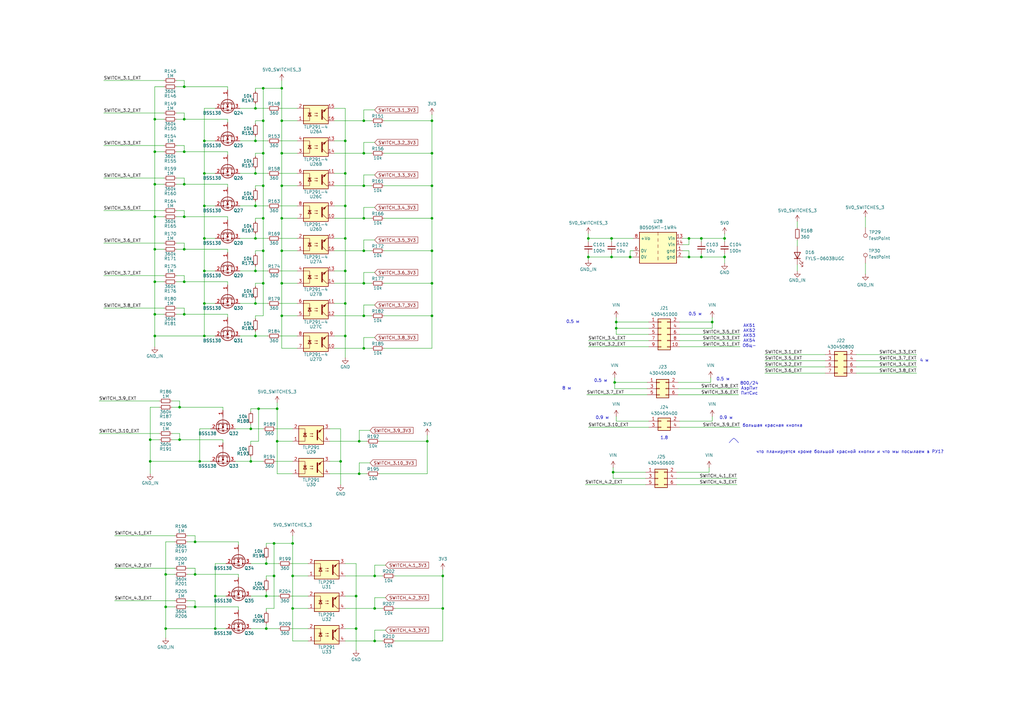
<source format=kicad_sch>
(kicad_sch (version 20231120) (generator "eeschema") (generator_version "8.0")
  (paper "A3")
  (junction (at 104.775 84.455))
  (junction (at 88.265 244.475))
  (junction (at 287.655 105.41))
  (junction (at 252.73 132.08))
  (junction (at 177.165 129.54))
  (junction (at 149.225 102.87))
  (junction (at 113.665 167.64))
  (junction (at 104.775 44.45))
  (junction (at 73.66 180.34))
  (junction (at 258.445 105.41))
  (junction (at 147.32 180.975))
  (junction (at 67.945 248.92))
  (junction (at 292.1 132.08))
  (junction (at 75.565 102.235))
  (junction (at 153.67 262.89))
  (junction (at 149.225 129.54))
  (junction (at 115.57 36.195))
  (junction (at 83.82 124.46))
  (junction (at 104.775 71.12))
  (junction (at 107.95 76.2))
  (junction (at 252.095 156.845))
  (junction (at 61.595 180.34))
  (junction (at 83.82 111.125))
  (junction (at 83.82 137.795))
  (junction (at 109.22 244.475))
  (junction (at 177.165 76.2))
  (junction (at 63.5 128.905))
  (junction (at 113.665 180.975))
  (junction (at 120.015 236.22))
  (junction (at 88.265 257.81))
  (junction (at 63.5 115.57))
  (junction (at 107.95 102.87))
  (junction (at 80.01 222.25))
  (junction (at 149.225 76.2))
  (junction (at 115.57 89.535))
  (junction (at 120.015 249.555))
  (junction (at 139.7 189.23))
  (junction (at 177.165 102.87))
  (junction (at 107.95 116.205))
  (junction (at 141.605 71.12))
  (junction (at 63.5 102.235))
  (junction (at 63.5 75.565))
  (junction (at 75.565 75.565))
  (junction (at 63.5 88.9))
  (junction (at 250.825 97.79))
  (junction (at 75.565 88.9))
  (junction (at 149.225 116.205))
  (junction (at 80.01 235.585))
  (junction (at 63.5 62.23))
  (junction (at 115.57 49.53))
  (junction (at 67.945 235.585))
  (junction (at 61.595 189.23))
  (junction (at 81.915 189.23))
  (junction (at 177.165 49.53))
  (junction (at 107.95 89.535))
  (junction (at 115.57 116.205))
  (junction (at 75.565 128.905))
  (junction (at 241.3 97.79))
  (junction (at 75.565 35.56))
  (junction (at 175.26 180.975))
  (junction (at 297.18 105.41))
  (junction (at 83.82 84.455))
  (junction (at 102.87 175.895))
  (junction (at 115.57 102.87))
  (junction (at 102.87 189.23))
  (junction (at 282.575 105.41))
  (junction (at 149.225 62.865))
  (junction (at 109.22 257.81))
  (junction (at 287.655 97.79))
  (junction (at 250.825 105.41))
  (junction (at 106.045 167.64))
  (junction (at 112.395 222.885))
  (junction (at 83.82 71.12))
  (junction (at 141.605 97.79))
  (junction (at 67.945 257.81))
  (junction (at 149.225 49.53))
  (junction (at 115.57 76.2))
  (junction (at 141.605 124.46))
  (junction (at 141.605 57.785))
  (junction (at 104.775 137.795))
  (junction (at 146.05 244.475))
  (junction (at 251.46 193.675))
  (junction (at 109.22 231.14))
  (junction (at 80.01 248.92))
  (junction (at 252.73 134.62))
  (junction (at 177.165 89.535))
  (junction (at 181.61 249.555))
  (junction (at 75.565 62.23))
  (junction (at 120.015 222.885))
  (junction (at 177.165 62.865))
  (junction (at 115.57 62.865))
  (junction (at 75.565 115.57))
  (junction (at 146.05 257.81))
  (junction (at 141.605 111.125))
  (junction (at 107.95 62.865))
  (junction (at 107.95 49.53))
  (junction (at 104.775 124.46))
  (junction (at 112.395 236.22))
  (junction (at 141.605 137.795))
  (junction (at 63.5 48.895))
  (junction (at 104.775 97.79))
  (junction (at 149.225 89.535))
  (junction (at 107.95 36.195))
  (junction (at 63.5 137.795))
  (junction (at 115.57 129.54))
  (junction (at 177.165 116.205))
  (junction (at 153.67 249.555))
  (junction (at 104.775 111.125))
  (junction (at 141.605 84.455))
  (junction (at 147.32 194.31))
  (junction (at 149.225 142.875))
  (junction (at 83.82 57.785))
  (junction (at 241.3 105.41))
  (junction (at 153.67 236.22))
  (junction (at 73.66 167.005))
  (junction (at 282.575 97.79))
  (junction (at 297.18 97.79))
  (junction (at 104.775 57.785))
  (junction (at 83.82 97.79))
  (junction (at 75.565 48.895))
  (junction (at 181.61 236.22))
  (wire (pts (xy 149.225 142.875) (xy 152.4 142.875)))
  (wire (pts (xy 115.57 116.205) (xy 115.57 129.54)))
  (wire (pts (xy 114.935 97.79) (xy 121.92 97.79)))
  (wire (pts (xy 102.87 244.475) (xy 109.22 244.475)))
  (wire (pts (xy 177.165 62.865) (xy 177.165 76.2)))
  (wire (pts (xy 107.95 116.205) (xy 107.95 129.54)))
  (wire (pts (xy 292.1 170.815) (xy 292.1 172.72)))
  (wire (pts (xy 93.345 76.835) (xy 93.345 75.565)))
  (wire (pts (xy 157.48 129.54) (xy 177.165 129.54)))
  (wire (pts (xy 375.92 153.035) (xy 351.155 153.035)))
  (wire (pts (xy 137.16 129.54) (xy 149.225 129.54)))
  (wire (pts (xy 46.99 219.71) (xy 71.755 219.71)))
  (wire (pts (xy 104.775 77.47) (xy 104.775 76.2)))
  (wire (pts (xy 80.01 219.71) (xy 80.01 222.25)))
  (wire (pts (xy 75.565 33.02) (xy 75.565 35.56)))
  (wire (pts (xy 292.1 132.08) (xy 292.1 134.62)))
  (wire (pts (xy 97.79 236.855) (xy 97.79 235.585)))
  (wire (pts (xy 292.1 130.175) (xy 292.1 132.08)))
  (wire (pts (xy 241.3 97.79) (xy 241.3 99.06)))
  (wire (pts (xy 63.5 88.9) (xy 67.31 88.9)))
  (wire (pts (xy 88.265 257.81) (xy 88.265 244.475)))
  (wire (pts (xy 93.345 90.17) (xy 93.345 88.9)))
  (wire (pts (xy 282.575 105.41) (xy 287.655 105.41)))
  (wire (pts (xy 80.01 246.38) (xy 80.01 248.92)))
  (wire (pts (xy 327.025 90.805) (xy 327.025 93.345)))
  (wire (pts (xy 83.82 124.46) (xy 83.82 111.125)))
  (wire (pts (xy 75.565 115.57) (xy 93.345 115.57)))
  (wire (pts (xy 141.605 97.79) (xy 141.605 111.125)))
  (wire (pts (xy 72.39 62.23) (xy 75.565 62.23)))
  (wire (pts (xy 149.225 89.535) (xy 152.4 89.535)))
  (wire (pts (xy 149.225 89.535) (xy 149.225 85.09)))
  (wire (pts (xy 161.925 249.555) (xy 181.61 249.555)))
  (wire (pts (xy 104.775 44.45) (xy 109.855 44.45)))
  (wire (pts (xy 115.57 49.53) (xy 121.92 49.53)))
  (wire (pts (xy 354.965 107.95) (xy 354.965 112.395)))
  (wire (pts (xy 141.605 249.555) (xy 153.67 249.555)))
  (wire (pts (xy 70.485 177.8) (xy 73.66 177.8)))
  (wire (pts (xy 149.225 71.755) (xy 153.67 71.755)))
  (wire (pts (xy 42.545 46.355) (xy 67.31 46.355)))
  (wire (pts (xy 102.87 173.99) (xy 102.87 175.895)))
  (wire (pts (xy 153.67 249.555) (xy 156.845 249.555)))
  (wire (pts (xy 98.425 97.79) (xy 104.775 97.79)))
  (wire (pts (xy 137.16 137.795) (xy 141.605 137.795)))
  (wire (pts (xy 76.835 235.585) (xy 80.01 235.585)))
  (wire (pts (xy 70.485 180.34) (xy 73.66 180.34)))
  (wire (pts (xy 297.18 104.14) (xy 297.18 105.41)))
  (wire (pts (xy 137.16 97.79) (xy 141.605 97.79)))
  (wire (pts (xy 177.165 129.54) (xy 177.165 142.875)))
  (wire (pts (xy 302.26 198.755) (xy 277.495 198.755)))
  (wire (pts (xy 139.7 175.895) (xy 139.7 189.23)))
  (wire (pts (xy 149.225 98.425) (xy 153.67 98.425)))
  (wire (pts (xy 83.82 71.12) (xy 83.82 57.785)))
  (wire (pts (xy 93.345 63.5) (xy 93.345 62.23)))
  (wire (pts (xy 141.605 262.89) (xy 153.67 262.89)))
  (wire (pts (xy 106.045 167.64) (xy 106.045 180.975)))
  (wire (pts (xy 119.38 231.14) (xy 126.365 231.14)))
  (wire (pts (xy 241.3 142.24) (xy 266.065 142.24)))
  (wire (pts (xy 76.835 246.38) (xy 80.01 246.38)))
  (wire (pts (xy 297.18 97.79) (xy 297.18 99.06)))
  (wire (pts (xy 113.665 180.975) (xy 120.015 180.975)))
  (wire (pts (xy 104.775 55.88) (xy 104.775 57.785)))
  (wire (pts (xy 113.665 167.64) (xy 113.665 165.1)))
  (wire (pts (xy 83.82 137.795) (xy 63.5 137.795)))
  (wire (pts (xy 75.565 113.03) (xy 75.565 115.57)))
  (wire (pts (xy 81.915 189.23) (xy 61.595 189.23)))
  (wire (pts (xy 67.945 235.585) (xy 67.945 248.92)))
  (wire (pts (xy 42.545 113.03) (xy 67.31 113.03)))
  (wire (pts (xy 75.565 46.355) (xy 75.565 48.895)))
  (wire (pts (xy 63.5 48.895) (xy 63.5 62.23)))
  (wire (pts (xy 88.265 244.475) (xy 92.71 244.475)))
  (wire (pts (xy 109.22 229.235) (xy 109.22 231.14)))
  (wire (pts (xy 80.01 222.25) (xy 97.79 222.25)))
  (wire (pts (xy 88.265 84.455) (xy 83.82 84.455)))
  (wire (pts (xy 280.035 102.87) (xy 282.575 102.87)))
  (wire (pts (xy 63.5 88.9) (xy 63.5 102.235)))
  (wire (pts (xy 104.775 36.195) (xy 107.95 36.195)))
  (wire (pts (xy 109.22 255.905) (xy 109.22 257.81)))
  (wire (pts (xy 70.485 164.465) (xy 73.66 164.465)))
  (wire (pts (xy 137.16 142.875) (xy 149.225 142.875)))
  (wire (pts (xy 141.605 137.795) (xy 141.605 146.685)))
  (wire (pts (xy 147.32 189.865) (xy 151.765 189.865)))
  (wire (pts (xy 115.57 36.195) (xy 115.57 49.53)))
  (wire (pts (xy 91.44 181.61) (xy 91.44 180.34)))
  (wire (pts (xy 149.225 142.875) (xy 149.225 138.43)))
  (wire (pts (xy 241.3 175.26) (xy 266.065 175.26)))
  (wire (pts (xy 83.82 111.125) (xy 83.82 97.79)))
  (wire (pts (xy 266.065 172.72) (xy 252.73 172.72)))
  (wire (pts (xy 258.445 102.87) (xy 258.445 105.41)))
  (wire (pts (xy 302.895 161.925) (xy 278.13 161.925)))
  (wire (pts (xy 157.48 116.205) (xy 177.165 116.205)))
  (wire (pts (xy 264.795 196.215) (xy 251.46 196.215)))
  (wire (pts (xy 120.015 222.885) (xy 120.015 236.22)))
  (wire (pts (xy 157.48 142.875) (xy 177.165 142.875)))
  (wire (pts (xy 72.39 48.895) (xy 75.565 48.895)))
  (wire (pts (xy 266.065 137.16) (xy 252.73 137.16)))
  (wire (pts (xy 40.64 177.8) (xy 65.405 177.8)))
  (wire (pts (xy 63.5 62.23) (xy 63.5 75.565)))
  (wire (pts (xy 96.52 175.895) (xy 102.87 175.895)))
  (wire (pts (xy 73.66 180.34) (xy 91.44 180.34)))
  (wire (pts (xy 83.82 137.795) (xy 83.82 124.46)))
  (wire (pts (xy 149.225 62.865) (xy 152.4 62.865)))
  (wire (pts (xy 115.57 36.195) (xy 115.57 33.02)))
  (wire (pts (xy 102.87 167.64) (xy 106.045 167.64)))
  (wire (pts (xy 72.39 75.565) (xy 75.565 75.565)))
  (wire (pts (xy 104.775 69.215) (xy 104.775 71.12)))
  (wire (pts (xy 98.425 57.785) (xy 104.775 57.785)))
  (wire (pts (xy 266.065 134.62) (xy 252.73 134.62)))
  (wire (pts (xy 141.605 124.46) (xy 141.605 137.795)))
  (wire (pts (xy 107.95 102.87) (xy 107.95 116.205)))
  (wire (pts (xy 146.05 244.475) (xy 146.05 257.81)))
  (wire (pts (xy 102.87 257.81) (xy 109.22 257.81)))
  (wire (pts (xy 149.225 45.085) (xy 153.67 45.085)))
  (wire (pts (xy 72.39 115.57) (xy 75.565 115.57)))
  (wire (pts (xy 97.79 250.19) (xy 97.79 248.92)))
  (wire (pts (xy 265.43 156.845) (xy 252.095 156.845)))
  (wire (pts (xy 137.16 57.785) (xy 141.605 57.785)))
  (wire (pts (xy 313.69 147.955) (xy 338.455 147.955)))
  (wire (pts (xy 107.95 62.865) (xy 107.95 76.2)))
  (wire (pts (xy 177.165 49.53) (xy 177.165 62.865)))
  (wire (pts (xy 61.595 180.34) (xy 61.595 189.23)))
  (wire (pts (xy 149.225 138.43) (xy 153.67 138.43)))
  (wire (pts (xy 72.39 59.69) (xy 75.565 59.69)))
  (wire (pts (xy 61.595 167.005) (xy 65.405 167.005)))
  (wire (pts (xy 63.5 115.57) (xy 63.5 128.905)))
  (wire (pts (xy 313.69 153.035) (xy 338.455 153.035)))
  (wire (pts (xy 42.545 33.02) (xy 67.31 33.02)))
  (wire (pts (xy 149.225 49.53) (xy 152.4 49.53)))
  (wire (pts (xy 42.545 99.695) (xy 67.31 99.695)))
  (wire (pts (xy 113.03 175.895) (xy 120.015 175.895)))
  (wire (pts (xy 149.225 116.205) (xy 152.4 116.205)))
  (wire (pts (xy 149.225 58.42) (xy 153.67 58.42)))
  (wire (pts (xy 137.16 111.125) (xy 141.605 111.125)))
  (wire (pts (xy 42.545 126.365) (xy 67.31 126.365)))
  (wire (pts (xy 76.835 248.92) (xy 80.01 248.92)))
  (wire (pts (xy 83.82 57.785) (xy 88.265 57.785)))
  (wire (pts (xy 149.225 85.09) (xy 153.67 85.09)))
  (wire (pts (xy 137.16 49.53) (xy 149.225 49.53)))
  (wire (pts (xy 72.39 35.56) (xy 75.565 35.56)))
  (wire (pts (xy 42.545 73.025) (xy 67.31 73.025)))
  (wire (pts (xy 102.87 175.895) (xy 107.95 175.895)))
  (wire (pts (xy 67.945 257.81) (xy 88.265 257.81)))
  (wire (pts (xy 282.575 97.79) (xy 287.655 97.79)))
  (wire (pts (xy 177.165 116.205) (xy 177.165 129.54)))
  (wire (pts (xy 75.565 48.895) (xy 93.345 48.895)))
  (wire (pts (xy 115.57 76.2) (xy 121.92 76.2)))
  (wire (pts (xy 157.48 49.53) (xy 177.165 49.53)))
  (wire (pts (xy 61.595 167.005) (xy 61.595 180.34)))
  (wire (pts (xy 98.425 124.46) (xy 104.775 124.46)))
  (wire (pts (xy 137.16 89.535) (xy 149.225 89.535)))
  (wire (pts (xy 250.825 97.79) (xy 250.825 99.06)))
  (wire (pts (xy 107.95 49.53) (xy 107.95 62.865)))
  (wire (pts (xy 109.22 244.475) (xy 114.3 244.475)))
  (wire (pts (xy 104.775 97.79) (xy 109.855 97.79)))
  (wire (pts (xy 153.67 258.445) (xy 158.115 258.445)))
  (wire (pts (xy 107.95 89.535) (xy 107.95 102.87)))
  (wire (pts (xy 141.605 244.475) (xy 146.05 244.475)))
  (wire (pts (xy 75.565 35.56) (xy 93.345 35.56)))
  (wire (pts (xy 109.22 222.885) (xy 112.395 222.885)))
  (wire (pts (xy 93.345 116.84) (xy 93.345 115.57)))
  (wire (pts (xy 153.67 245.11) (xy 158.115 245.11)))
  (wire (pts (xy 104.775 84.455) (xy 109.855 84.455)))
  (wire (pts (xy 88.265 137.795) (xy 83.82 137.795)))
  (wire (pts (xy 97.79 223.52) (xy 97.79 222.25)))
  (wire (pts (xy 115.57 142.875) (xy 121.92 142.875)))
  (wire (pts (xy 67.945 248.92) (xy 71.755 248.92)))
  (wire (pts (xy 155.575 180.975) (xy 175.26 180.975)))
  (wire (pts (xy 146.05 231.14) (xy 146.05 244.475)))
  (wire (pts (xy 161.925 262.89) (xy 181.61 262.89)))
  (wire (pts (xy 81.915 189.23) (xy 86.36 189.23)))
  (wire (pts (xy 61.595 180.34) (xy 65.405 180.34)))
  (wire (pts (xy 252.095 154.94) (xy 252.095 156.845)))
  (wire (pts (xy 141.605 84.455) (xy 141.605 97.79)))
  (wire (pts (xy 104.775 109.22) (xy 104.775 111.125)))
  (wire (pts (xy 252.73 137.16) (xy 252.73 134.62)))
  (wire (pts (xy 104.775 62.865) (xy 107.95 62.865)))
  (wire (pts (xy 96.52 189.23) (xy 102.87 189.23)))
  (wire (pts (xy 112.395 236.22) (xy 112.395 249.555)))
  (wire (pts (xy 181.61 249.555) (xy 181.61 262.89)))
  (wire (pts (xy 137.16 116.205) (xy 149.225 116.205)))
  (wire (pts (xy 153.67 262.89) (xy 156.845 262.89)))
  (wire (pts (xy 113.665 180.975) (xy 113.665 194.31)))
  (wire (pts (xy 81.915 189.23) (xy 81.915 175.895)))
  (wire (pts (xy 354.965 93.345) (xy 354.965 88.9)))
  (wire (pts (xy 115.57 49.53) (xy 115.57 62.865)))
  (wire (pts (xy 93.345 50.165) (xy 93.345 48.895)))
  (wire (pts (xy 153.67 249.555) (xy 153.67 245.11)))
  (wire (pts (xy 120.015 222.885) (xy 112.395 222.885)))
  (wire (pts (xy 137.16 124.46) (xy 141.605 124.46)))
  (wire (pts (xy 327.025 108.585) (xy 327.025 111.125)))
  (wire (pts (xy 137.16 62.865) (xy 149.225 62.865)))
  (wire (pts (xy 303.53 137.16) (xy 278.765 137.16)))
  (wire (pts (xy 80.01 235.585) (xy 97.79 235.585)))
  (wire (pts (xy 290.83 191.77) (xy 290.83 193.675)))
  (wire (pts (xy 115.57 129.54) (xy 121.92 129.54)))
  (wire (pts (xy 120.015 236.22) (xy 126.365 236.22)))
  (wire (pts (xy 153.67 231.775) (xy 158.115 231.775)))
  (wire (pts (xy 149.225 125.095) (xy 153.67 125.095)))
  (wire (pts (xy 313.69 145.415) (xy 338.455 145.415)))
  (wire (pts (xy 72.39 102.235) (xy 75.565 102.235)))
  (wire (pts (xy 141.605 236.22) (xy 153.67 236.22)))
  (wire (pts (xy 104.775 76.2) (xy 107.95 76.2)))
  (wire (pts (xy 72.39 126.365) (xy 75.565 126.365)))
  (wire (pts (xy 115.57 102.87) (xy 121.92 102.87)))
  (wire (pts (xy 42.545 86.36) (xy 67.31 86.36)))
  (wire (pts (xy 137.16 84.455) (xy 141.605 84.455)))
  (wire (pts (xy 42.545 59.69) (xy 67.31 59.69)))
  (wire (pts (xy 104.775 82.55) (xy 104.775 84.455)))
  (wire (pts (xy 80.01 248.92) (xy 97.79 248.92)))
  (wire (pts (xy 141.605 111.125) (xy 141.605 124.46)))
  (wire (pts (xy 63.5 75.565) (xy 63.5 88.9)))
  (wire (pts (xy 135.255 189.23) (xy 139.7 189.23)))
  (wire (pts (xy 175.26 180.975) (xy 175.26 194.31)))
  (wire (pts (xy 252.73 170.815) (xy 252.73 172.72)))
  (wire (pts (xy 375.92 147.955) (xy 351.155 147.955)))
  (wire (pts (xy 120.015 236.22) (xy 120.015 249.555)))
  (wire (pts (xy 280.035 100.33) (xy 282.575 100.33)))
  (wire (pts (xy 80.01 233.045) (xy 80.01 235.585)))
  (wire (pts (xy 75.565 59.69) (xy 75.565 62.23)))
  (wire (pts (xy 115.57 62.865) (xy 121.92 62.865)))
  (wire (pts (xy 250.825 105.41) (xy 258.445 105.41)))
  (wire (pts (xy 137.16 71.12) (xy 141.605 71.12)))
  (wire (pts (xy 98.425 71.12) (xy 104.775 71.12)))
  (wire (pts (xy 258.445 102.87) (xy 259.715 102.87)))
  (wire (pts (xy 104.775 90.805) (xy 104.775 89.535)))
  (wire (pts (xy 107.95 36.195) (xy 107.95 49.53)))
  (wire (pts (xy 252.73 132.08) (xy 252.73 134.62)))
  (wire (pts (xy 115.57 89.535) (xy 115.57 102.87)))
  (wire (pts (xy 46.99 233.045) (xy 71.755 233.045)))
  (wire (pts (xy 104.775 42.545) (xy 104.775 44.45)))
  (wire (pts (xy 149.225 76.2) (xy 149.225 71.755)))
  (wire (pts (xy 280.035 97.79) (xy 282.575 97.79)))
  (wire (pts (xy 141.605 71.12) (xy 141.605 84.455)))
  (wire (pts (xy 83.82 71.12) (xy 88.265 71.12)))
  (wire (pts (xy 139.7 189.23) (xy 139.7 198.755)))
  (wire (pts (xy 83.82 57.785) (xy 83.82 44.45)))
  (wire (pts (xy 375.92 145.415) (xy 351.155 145.415)))
  (wire (pts (xy 120.015 249.555) (xy 120.015 262.89)))
  (wire (pts (xy 149.225 62.865) (xy 149.225 58.42)))
  (wire (pts (xy 115.57 116.205) (xy 121.92 116.205)))
  (wire (pts (xy 63.5 62.23) (xy 67.31 62.23)))
  (wire (pts (xy 287.655 97.79) (xy 297.18 97.79)))
  (wire (pts (xy 73.66 164.465) (xy 73.66 167.005)))
  (wire (pts (xy 75.565 99.695) (xy 75.565 102.235)))
  (wire (pts (xy 98.425 44.45) (xy 104.775 44.45)))
  (wire (pts (xy 76.835 222.25) (xy 80.01 222.25)))
  (wire (pts (xy 303.53 139.7) (xy 278.765 139.7)))
  (wire (pts (xy 63.5 128.905) (xy 63.5 137.795)))
  (wire (pts (xy 114.935 137.795) (xy 121.92 137.795)))
  (wire (pts (xy 104.775 50.8) (xy 104.775 49.53)))
  (wire (pts (xy 302.895 159.385) (xy 278.13 159.385)))
  (wire (pts (xy 177.165 46.99) (xy 177.165 49.53)))
  (wire (pts (xy 63.5 137.795) (xy 63.5 142.24)))
  (wire (pts (xy 63.5 35.56) (xy 67.31 35.56)))
  (wire (pts (xy 102.87 168.91) (xy 102.87 167.64)))
  (wire (pts (xy 175.26 178.435) (xy 175.26 180.975)))
  (wire (pts (xy 104.775 37.465) (xy 104.775 36.195)))
  (wire (pts (xy 149.225 111.76) (xy 153.67 111.76)))
  (wire (pts (xy 282.575 102.87) (xy 282.575 105.41)))
  (wire (pts (xy 278.13 156.845) (xy 291.465 156.845)))
  (wire (pts (xy 303.53 175.26) (xy 278.765 175.26)))
  (wire (pts (xy 104.775 137.795) (xy 109.855 137.795)))
  (wire (pts (xy 63.5 115.57) (xy 67.31 115.57)))
  (wire (pts (xy 83.82 84.455) (xy 83.82 71.12)))
  (wire (pts (xy 75.565 88.9) (xy 93.345 88.9)))
  (wire (pts (xy 114.935 111.125) (xy 121.92 111.125)))
  (wire (pts (xy 67.945 257.81) (xy 67.945 261.62)))
  (wire (pts (xy 266.065 132.08) (xy 252.73 132.08)))
  (wire (pts (xy 109.22 249.555) (xy 112.395 249.555)))
  (wire (pts (xy 115.57 102.87) (xy 115.57 116.205)))
  (wire (pts (xy 73.66 167.005) (xy 91.44 167.005)))
  (wire (pts (xy 104.775 111.125) (xy 109.855 111.125)))
  (wire (pts (xy 280.035 105.41) (xy 282.575 105.41)))
  (wire (pts (xy 278.765 134.62) (xy 292.1 134.62)))
  (wire (pts (xy 115.57 62.865) (xy 115.57 76.2)))
  (wire (pts (xy 287.655 105.41) (xy 297.18 105.41)))
  (wire (pts (xy 75.565 86.36) (xy 75.565 88.9)))
  (wire (pts (xy 104.775 102.87) (xy 107.95 102.87)))
  (wire (pts (xy 102.87 187.325) (xy 102.87 189.23)))
  (wire (pts (xy 72.39 86.36) (xy 75.565 86.36)))
  (wire (pts (xy 240.03 198.755) (xy 264.795 198.755)))
  (wire (pts (xy 104.775 129.54) (xy 107.95 129.54)))
  (wire (pts (xy 104.775 130.81) (xy 104.775 129.54)))
  (wire (pts (xy 102.87 182.245) (xy 102.87 180.975)))
  (wire (pts (xy 149.225 116.205) (xy 149.225 111.76)))
  (wire (pts (xy 147.32 194.31) (xy 147.32 189.865)))
  (wire (pts (xy 93.345 130.175) (xy 93.345 128.905)))
  (wire (pts (xy 75.565 75.565) (xy 93.345 75.565)))
  (wire (pts (xy 282.575 100.33) (xy 282.575 97.79)))
  (wire (pts (xy 72.39 113.03) (xy 75.565 113.03)))
  (wire (pts (xy 153.67 262.89) (xy 153.67 258.445)))
  (wire (pts (xy 161.925 236.22) (xy 181.61 236.22)))
  (wire (pts (xy 241.3 95.885) (xy 241.3 97.79)))
  (wire (pts (xy 93.345 103.505) (xy 93.345 102.235)))
  (wire (pts (xy 278.765 172.72) (xy 292.1 172.72)))
  (wire (pts (xy 181.61 233.68) (xy 181.61 236.22)))
  (wire (pts (xy 120.015 249.555) (xy 126.365 249.555)))
  (wire (pts (xy 104.775 57.785) (xy 109.855 57.785)))
  (wire (pts (xy 153.67 236.22) (xy 156.845 236.22)))
  (wire (pts (xy 114.935 84.455) (xy 121.92 84.455)))
  (wire (pts (xy 109.22 257.81) (xy 114.3 257.81)))
  (wire (pts (xy 104.775 116.205) (xy 107.95 116.205)))
  (wire (pts (xy 104.775 117.475) (xy 104.775 116.205)))
  (wire (pts (xy 119.38 244.475) (xy 126.365 244.475)))
  (wire (pts (xy 149.225 49.53) (xy 149.225 45.085)))
  (wire (pts (xy 72.39 33.02) (xy 75.565 33.02)))
  (wire (pts (xy 46.99 246.38) (xy 71.755 246.38)))
  (wire (pts (xy 104.775 95.885) (xy 104.775 97.79)))
  (wire (pts (xy 302.26 196.215) (xy 277.495 196.215)))
  (wire (pts (xy 109.22 250.825) (xy 109.22 249.555)))
  (wire (pts (xy 104.775 122.555) (xy 104.775 124.46)))
  (wire (pts (xy 63.5 48.895) (xy 67.31 48.895)))
  (wire (pts (xy 109.22 231.14) (xy 114.3 231.14)))
  (wire (pts (xy 114.935 57.785) (xy 121.92 57.785)))
  (wire (pts (xy 181.61 236.22) (xy 181.61 249.555)))
  (wire (pts (xy 240.665 161.925) (xy 265.43 161.925)))
  (wire (pts (xy 112.395 222.885) (xy 112.395 236.22)))
  (wire (pts (xy 63.5 35.56) (xy 63.5 48.895)))
  (wire (pts (xy 147.32 180.975) (xy 150.495 180.975)))
  (wire (pts (xy 104.775 135.89) (xy 104.775 137.795)))
  (wire (pts (xy 109.22 237.49) (xy 109.22 236.22)))
  (wire (pts (xy 137.16 44.45) (xy 141.605 44.45)))
  (wire (pts (xy 102.87 231.14) (xy 109.22 231.14)))
  (wire (pts (xy 135.255 175.895) (xy 139.7 175.895)))
  (wire (pts (xy 63.5 75.565) (xy 67.31 75.565)))
  (wire (pts (xy 250.825 104.14) (xy 250.825 105.41)))
  (wire (pts (xy 104.775 89.535) (xy 107.95 89.535)))
  (wire (pts (xy 72.39 99.695) (xy 75.565 99.695)))
  (wire (pts (xy 63.5 102.235) (xy 67.31 102.235)))
  (wire (pts (xy 76.835 219.71) (xy 80.01 219.71)))
  (wire (pts (xy 115.57 89.535) (xy 121.92 89.535)))
  (wire (pts (xy 241.3 105.41) (xy 241.3 106.68)))
  (wire (pts (xy 297.18 105.41) (xy 297.18 107.95)))
  (wire (pts (xy 137.16 102.87) (xy 149.225 102.87)))
  (wire (pts (xy 141.605 44.45) (xy 141.605 57.785)))
  (wire (pts (xy 287.655 104.14) (xy 287.655 105.41)))
  (wire (pts (xy 177.165 102.87) (xy 177.165 116.205)))
  (wire (pts (xy 70.485 167.005) (xy 73.66 167.005)))
  (wire (pts (xy 88.265 244.475) (xy 88.265 231.14)))
  (wire (pts (xy 83.82 97.79) (xy 88.265 97.79)))
  (wire (pts (xy 76.835 233.045) (xy 80.01 233.045)))
  (wire (pts (xy 149.225 129.54) (xy 149.225 125.095)))
  (wire (pts (xy 98.425 111.125) (xy 104.775 111.125)))
  (wire (pts (xy 88.265 257.81) (xy 92.71 257.81)))
  (wire (pts (xy 83.82 44.45) (xy 88.265 44.45)))
  (wire (pts (xy 104.775 49.53) (xy 107.95 49.53)))
  (wire (pts (xy 72.39 128.905) (xy 75.565 128.905)))
  (wire (pts (xy 102.87 180.975) (xy 106.045 180.975)))
  (wire (pts (xy 98.425 137.795) (xy 104.775 137.795)))
  (wire (pts (xy 104.775 64.135) (xy 104.775 62.865)))
  (wire (pts (xy 375.92 150.495) (xy 351.155 150.495)))
  (wire (pts (xy 135.255 180.975) (xy 147.32 180.975)))
  (wire (pts (xy 149.225 129.54) (xy 152.4 129.54)))
  (wire (pts (xy 120.015 222.885) (xy 120.015 219.71)))
  (wire (pts (xy 147.32 180.975) (xy 147.32 176.53)))
  (wire (pts (xy 91.44 168.275) (xy 91.44 167.005)))
  (wire (pts (xy 327.025 98.425) (xy 327.025 100.965)))
  (wire (pts (xy 147.32 194.31) (xy 150.495 194.31)))
  (wire (pts (xy 149.225 76.2) (xy 152.4 76.2)))
  (wire (pts (xy 251.46 193.675) (xy 251.46 196.215)))
  (wire (pts (xy 119.38 257.81) (xy 126.365 257.81)))
  (wire (pts (xy 153.67 236.22) (xy 153.67 231.775)))
  (wire (pts (xy 109.22 236.22) (xy 112.395 236.22)))
  (wire (pts (xy 61.595 189.23) (xy 61.595 194.31)))
  (wire (pts (xy 104.775 124.46) (xy 109.855 124.46)))
  (wire (pts (xy 72.39 46.355) (xy 75.565 46.355)))
  (wire (pts (xy 113.665 167.64) (xy 106.045 167.64)))
  (wire (pts (xy 250.825 97.79) (xy 259.715 97.79)))
  (wire (pts (xy 67.945 235.585) (xy 71.755 235.585)))
  (wire (pts (xy 313.69 150.495) (xy 338.455 150.495)))
  (wire (pts (xy 157.48 89.535) (xy 177.165 89.535)))
  (wire (pts (xy 102.87 189.23) (xy 107.95 189.23)))
  (wire (pts (xy 72.39 88.9) (xy 75.565 88.9)))
  (wire (pts (xy 277.495 193.675) (xy 290.83 193.675)))
  (wire (pts (xy 252.095 156.845) (xy 252.095 159.385)))
  (wire (pts (xy 75.565 128.905) (xy 93.345 128.905)))
  (wire (pts (xy 264.795 193.675) (xy 251.46 193.675)))
  (wire (pts (xy 146.05 257.81) (xy 146.05 266.7)))
  (wire (pts (xy 120.015 262.89) (xy 126.365 262.89)))
  (wire (pts (xy 149.225 102.87) (xy 152.4 102.87)))
  (wire (pts (xy 241.3 97.79) (xy 250.825 97.79)))
  (wire (pts (xy 75.565 73.025) (xy 75.565 75.565)))
  (wire (pts (xy 115.57 129.54) (xy 115.57 142.875)))
  (wire (pts (xy 73.66 177.8) (xy 73.66 180.34)))
  (wire (pts (xy 83.82 124.46) (xy 88.265 124.46)))
  (wire (pts (xy 81.915 175.895) (xy 86.36 175.895)))
  (wire (pts (xy 147.32 176.53) (xy 151.765 176.53)))
  (wire (pts (xy 115.57 36.195) (xy 107.95 36.195)))
  (wire (pts (xy 114.935 71.12) (xy 121.92 71.12)))
  (wire (pts (xy 252.73 130.175) (xy 252.73 132.08)))
  (wire (pts (xy 113.665 167.64) (xy 113.665 180.975)))
  (wire (pts (xy 251.46 191.77) (xy 251.46 193.675)))
  (wire (pts (xy 107.95 76.2) (xy 107.95 89.535)))
  (wire (pts (xy 72.39 73.025) (xy 75.565 73.025)))
  (wire (pts (xy 141.605 231.14) (xy 146.05 231.14)))
  (wire (pts (xy 177.165 89.535) (xy 177.165 102.87)))
  (wire (pts (xy 113.665 194.31) (xy 120.015 194.31)))
  (wire (pts (xy 141.605 257.81) (xy 146.05 257.81)))
  (wire (pts (xy 88.265 231.14) (xy 92.71 231.14)))
  (wire (pts (xy 113.03 189.23) (xy 120.015 189.23)))
  (wire (pts (xy 109.22 224.155) (xy 109.22 222.885)))
  (wire (pts (xy 93.345 36.83) (xy 93.345 35.56)))
  (wire (pts (xy 241.3 105.41) (xy 250.825 105.41)))
  (wire (pts (xy 115.57 76.2) (xy 115.57 89.535)))
  (wire (pts (xy 104.775 71.12) (xy 109.855 71.12)))
  (wire (pts (xy 137.16 76.2) (xy 149.225 76.2)))
  (wire (pts (xy 141.605 57.785) (xy 141.605 71.12)))
  (wire (pts (xy 157.48 62.865) (xy 177.165 62.865)))
  (wire (pts (xy 155.575 194.31) (xy 175.26 194.31)))
  (wire (pts (xy 135.255 194.31) (xy 147.32 194.31)))
  (wire (pts (xy 265.43 159.385) (xy 252.095 159.385)))
  (wire (pts (xy 109.22 242.57) (xy 109.22 244.475)))
  (wire (pts (xy 67.945 248.92) (xy 67.945 257.81)))
  (wire (pts (xy 114.935 124.46) (xy 121.92 124.46)))
  (wire (pts (xy 67.945 222.25) (xy 67.945 235.585)))
  (wire (pts (xy 149.225 102.87) (xy 149.225 98.425)))
  (wire (pts (xy 303.53 142.24) (xy 278.765 142.24)))
  (wire (pts (xy 291.465 154.94) (xy 291.465 156.845)))
  (wire (pts (xy 114.935 44.45) (xy 121.92 44.45)))
  (wire (pts (xy 157.48 102.87) (xy 177.165 102.87)))
  (wire (pts (xy 63.5 102.235) (xy 63.5 115.57)))
  (wire (pts (xy 241.3 139.7) (xy 266.065 139.7)))
  (wire (pts (xy 75.565 126.365) (xy 75.565 128.905)))
  (wire (pts (xy 83.82 111.125) (xy 88.265 111.125)))
  (wire (pts (xy 287.655 97.79) (xy 287.655 99.06)))
  (wire (pts (xy 67.945 222.25) (xy 71.755 222.25)))
  (wire (pts (xy 75.565 102.235) (xy 93.345 102.235)))
  (wire (pts (xy 157.48 76.2) (xy 177.165 76.2)))
  (wire (pts (xy 258.445 105.41) (xy 259.715 105.41)))
  (wire (pts (xy 297.18 95.885) (xy 297.18 97.79)))
  (wire (pts (xy 75.565 62.23) (xy 93.345 62.23)))
  (wire (pts (xy 83.82 97.79) (xy 83.82 84.455)))
  (wire (pts (xy 40.64 164.465) (xy 65.405 164.465)))
  (wire (pts (xy 63.5 128.905) (xy 67.31 128.905)))
  (wire (pts (xy 177.165 76.2) (xy 177.165 89.535)))
  (wire (pts (xy 104.775 104.14) (xy 104.775 102.87)))
  (wire (pts (xy 278.765 132.08) (xy 292.1 132.08)))
  (wire (pts (xy 98.425 84.455) (xy 104.775 84.455)))
  (wire (pts (xy 241.3 104.14) (xy 241.3 105.41)))
  (arc (start 299.085 181.61) (mid 299.9698 180.5898) (end 300.99 179.705))
  (arc (start 300.99 179.705) (mid 302.0102 180.5898) (end 302.895 181.61))
  (text "0.5 м\n" (at 285.115 128.905 0) (effects (font (size 1.27 1.27))))
  (text "большая красная кнопка" (at 316.865 174.625 0) (effects (font (size 1.27 1.27))))
  (text "1.8\n" (at 272.415 179.705 0) (effects (font (size 1.27 1.27))))
  (text "800/24\nАэрПит\nПитСис" (at 307.34 159.385 0) (effects (font (size 1.27 1.27))))
  (text "8 м" (at 232.41 159.385 0) (effects (font (size 1.27 1.27))))
  (text "что планируется кроме большой красной кнопки и что мы посылаем в РУ1?" (at 348.615 185.42 0) (effects (font (size 1.27 1.27))))
  (text "4 м" (at 379.095 147.955 0) (effects (font (size 1.27 1.27))))
  (text "0.5 м\n" (at 246.38 156.21 0) (effects (font (size 1.27 1.27))))
  (text "АКБ1\nАКБ2\nАКБ3\nАКБ4\nОбщ-" (at 307.34 137.795 0) (effects (font (size 1.27 1.27))))
  (text "0.9 м" (at 247.015 171.45 0) (effects (font (size 1.27 1.27))))
  (text "0.5 м\n" (at 296.545 155.575 0) (effects (font (size 1.27 1.27))))
  (text "0.5 м\n" (at 234.95 132.08 0) (effects (font (size 1.27 1.27))))
  (text "0.9 м" (at 297.815 171.45 0) (effects (font (size 1.27 1.27))))
  (label "SWITCH_3.8_EXT" (at 302.895 159.385 180))
  (label "SWITCH_3.10_EXT" (at 40.64 177.8 0))
  (label "SWITCH_3.4_EXT" (at 375.92 150.495 180))
  (label "SWITCH_3.6_EXT" (at 302.895 161.925 180))
  (label "SWITCH_4.3_EXT" (at 46.99 246.38 0))
  (label "SWITCH_3.10_EXT" (at 241.3 175.26 0))
  (label "SWITCH_3.2_EXT" (at 42.545 46.355 0))
  (label "SWITCH_3.5_EXT" (at 42.545 86.36 0))
  (label "SWITCH_3.3_EXT" (at 303.53 139.7 180))
  (label "SWITCH_3.3_EXT" (at 375.92 145.415 180))
  (label "SWITCH_4.2_EXT" (at 46.99 233.045 0))
  (label "SWITCH_4.1_EXT" (at 46.99 219.71 0))
  (label "SWITCH_3.7_EXT" (at 240.665 161.925 0))
  (label "SWITCH_3.9_EXT" (at 40.64 164.465 0))
  (label "SWITCH_3.5_EXT" (at 303.53 137.16 180))
  (label "SWITCH_3.8_EXT" (at 375.92 153.035 180))
  (label "SWITCH_3.9_EXT" (at 303.53 175.26 180))
  (label "SWITCH_3.5_EXT" (at 313.69 147.955 0))
  (label "SWITCH_3.1_EXT" (at 303.53 142.24 180))
  (label "SWITCH_3.8_EXT" (at 42.545 126.365 0))
  (label "SWITCH_3.7_EXT" (at 42.545 113.03 0))
  (label "SWITCH_3.4_EXT" (at 241.3 139.7 0))
  (label "SWITCH_3.1_EXT" (at 42.545 33.02 0))
  (label "SWITCH_3.3_EXT" (at 42.545 59.69 0))
  (label "SWITCH_3.1_EXT" (at 313.69 145.415 0))
  (label "SWITCH_3.4_EXT" (at 42.545 73.025 0))
  (label "SWITCH_3.7_EXT" (at 375.92 147.955 180))
  (label "SWITCH_4.1_EXT" (at 302.26 196.215 180))
  (label "SWITCH_3.2_EXT" (at 313.69 150.495 0))
  (label "SWITCH_4.2_EXT" (at 240.03 198.755 0))
  (label "SWITCH_4.3_EXT" (at 302.26 198.755 180))
  (label "SWITCH_3.6_EXT" (at 42.545 99.695 0))
  (label "SWITCH_3.2_EXT" (at 241.3 142.24 0))
  (label "SWITCH_3.6_EXT" (at 313.69 153.035 0))
  (global_label "SWITCH_3.6_3V3" (shape input) (at 153.67 111.76 0) (property "Intersheetrefs" "${INTERSHEET_REFS}" (at 171.9556 111.76 0) (effects (justify left))))
  (global_label "SWITCH_4.1_3V3" (shape input) (at 158.115 231.775 0) (property "Intersheetrefs" "${INTERSHEET_REFS}" (at 176.4006 231.775 0) (effects (justify left))))
  (global_label "SWITCH_3.4_3V3" (shape input) (at 153.67 85.09 0) (property "Intersheetrefs" "${INTERSHEET_REFS}" (at 171.9556 85.09 0) (effects (justify left))))
  (global_label "SWITCH_3.5_3V3" (shape input) (at 153.67 98.425 0) (property "Intersheetrefs" "${INTERSHEET_REFS}" (at 171.9556 98.425 0) (effects (justify left))))
  (global_label "SWITCH_4.2_3V3" (shape input) (at 158.115 245.11 0) (property "Intersheetrefs" "${INTERSHEET_REFS}" (at 176.4006 245.11 0) (effects (justify left))))
  (global_label "SWITCH_3.8_3V3" (shape input) (at 153.67 138.43 0) (property "Intersheetrefs" "${INTERSHEET_REFS}" (at 171.9556 138.43 0) (effects (justify left))))
  (global_label "SWITCH_3.7_3V3" (shape input) (at 153.67 125.095 0) (property "Intersheetrefs" "${INTERSHEET_REFS}" (at 171.9556 125.095 0) (effects (justify left))))
  (global_label "SWITCH_3.1_3V3" (shape input) (at 153.67 45.085 0) (property "Intersheetrefs" "${INTERSHEET_REFS}" (at 171.9556 45.085 0) (effects (justify left))))
  (global_label "SWITCH_3.10_3V3" (shape input) (at 151.765 189.865 0) (property "Intersheetrefs" "${INTERSHEET_REFS}" (at 171.2601 189.865 0) (effects (justify left))))
  (global_label "SWITCH_3.9_3V3" (shape input) (at 151.765 176.53 0) (property "Intersheetrefs" "${INTERSHEET_REFS}" (at 170.0506 176.53 0) (effects (justify left))))
  (global_label "SWITCH_4.3_3V3" (shape input) (at 158.115 258.445 0) (property "Intersheetrefs" "${INTERSHEET_REFS}" (at 176.4006 258.445 0) (effects (justify left))))
  (global_label "SWITCH_3.3_3V3" (shape input) (at 153.67 71.755 0) (property "Intersheetrefs" "${INTERSHEET_REFS}" (at 171.9556 71.755 0) (effects (justify left))))
  (global_label "SWITCH_3.2_3V3" (shape input) (at 153.67 58.42 0) (property "Intersheetrefs" "${INTERSHEET_REFS}" (at 171.9556 58.42 0) (effects (justify left))))
  (symbol (lib_id "Device:R_Small") (at 104.775 80.01 0) (unit 1)
    (property "Reference" "R162" (at 101.6 81.28 0))
    (property "Value" "10k" (at 101.6 79.375 0))
    (property "Footprint" "Resistor_SMD:R_0603_1608Metric" (effects (hide yes)))
    (property "Description" "Resistor, small symbol" (effects (hide yes)))
    (property "Мин. кол-во" "1000" (effects (hide yes)))
    (property "Ссылка" "https://www.promelec.ru/product/344748/" (effects (hide yes)))
    (property "Цена" "1" (effects (hide yes)))
    (property "Человекопонятное название" "Толстопленочный ЧИП-резистор 0603 10кОм" (effects (hide yes)))
  )
  (symbol (lib_id "Device:R_Small") (at 104.775 133.35 0) (unit 1)
    (property "Reference" "R183" (at 101.6 134.62 0))
    (property "Value" "10k" (at 101.6 132.715 0))
    (property "Footprint" "Resistor_SMD:R_0603_1608Metric" (effects (hide yes)))
    (property "Description" "Resistor, small symbol" (effects (hide yes)))
    (property "Мин. кол-во" "1000" (effects (hide yes)))
    (property "Ссылка" "https://www.promelec.ru/product/344748/" (effects (hide yes)))
    (property "Цена" "1" (effects (hide yes)))
    (property "Человекопонятное название" "Толстопленочный ЧИП-резистор 0603 10кОм" (effects (hide yes)))
  )
  (symbol (lib_id "Device:R_Small") (at 69.85 35.56 90) (unit 1)
    (property "Reference" "R146" (at 69.85 39.37 90))
    (property "Value" "360k" (at 69.85 37.465 90))
    (property "Footprint" "Resistor_SMD:R_0603_1608Metric" (effects (hide yes)))
    (property "Description" "Resistor, small symbol" (effects (hide yes)))
    (property "Мин. кол-во" "100" (effects (hide yes)))
    (property "Ссылка" "https://www.promelec.ru/product/23650/" (effects (hide yes)))
    (property "Цена" "1" (effects (hide yes)))
    (property "Человекопонятное название" "Толстопленочный ЧИП-резистор 0603 360кОм" (effects (hide yes)))
  )
  (symbol (lib_id "power:GND") (at 146.05 266.7 0) (unit 1)
    (property "Reference" "#PWR0206" (effects (hide yes)))
    (property "Value" "GND" (at 146.05 270.51 0))
  )
  (symbol (lib_id "power:+5V") (at 175.26 178.435 0) (unit 1)
    (property "Reference" "#PWR0198" (effects (hide yes)))
    (property "Value" "3V3" (at 175.26 173.99 0))
    (property "Description" "Power symbol creates a global label with name \"+5V\"" (effects (hide yes)))
  )
  (symbol (lib_id "Device:R_Small") (at 116.84 231.14 90) (unit 1)
    (property "Reference" "R199" (at 116.84 229.235 90))
    (property "Value" "360" (at 116.84 233.045 90))
    (property "Footprint" "Resistor_SMD:R_0603_1608Metric" (effects (hide yes)))
    (property "Description" "Resistor, small symbol" (effects (hide yes)))
    (property "Мин. кол-во" "100" (effects (hide yes)))
    (property "Ссылка" "https://www.promelec.ru/product/46471/" (effects (hide yes)))
    (property "Цена" "1" (effects (hide yes)))
    (property "Человекопонятное название" "Толстопленочный ЧИП-резистор 0603 360Ом" (effects (hide yes)))
  )
  (symbol (lib_id "power:VAA") (at 252.73 170.815 0) (mirror y) (unit 1)
    (property "Reference" "#PWR0196" (effects (hide yes)))
    (property "Value" "VIN" (at 252.73 165.735 0))
    (property "Description" "Power symbol creates a global label with name \"VAA\"" (effects (hide yes)))
  )
  (symbol (lib_id "Device:R_Small") (at 112.395 137.795 90) (unit 1)
    (property "Reference" "R184" (at 112.395 135.89 90))
    (property "Value" "360" (at 112.395 139.7 90))
    (property "Footprint" "Resistor_SMD:R_0603_1608Metric" (effects (hide yes)))
    (property "Description" "Resistor, small symbol" (effects (hide yes)))
    (property "Мин. кол-во" "100" (effects (hide yes)))
    (property "Ссылка" "https://www.promelec.ru/product/46471/" (effects (hide yes)))
    (property "Цена" "1" (effects (hide yes)))
    (property "Человекопонятное название" "Толстопленочный ЧИП-резистор 0603 360Ом" (effects (hide yes)))
  )
  (symbol (lib_id "Isolator:TLP291-4") (at 129.54 46.99 0) (mirror x) (unit 1)
    (property "Reference" "U26" (at 129.54 53.975 0))
    (property "Value" "TLP291-4" (at 129.54 52.07 0))
    (property "Footprint" "Package_SO:SOIC-16_4.55x10.3mm_P1.27mm" (effects (hide yes)))
    (property "Datasheet" "https://toshiba.semicon-storage.com/info/docget.jsp?did=12858&prodName=TLP291-4" (effects (hide yes)))
    (property "Description" "Quad DC Optocoupler, Vce 80V, CTR 50-100%, SOP16" (effects (hide yes)))
    (property "Мин. кол-во" "7" (effects (hide yes)))
    (property "Ссылка" "https://www.promelec.ru/product/247137/" (effects (hide yes)))
    (property "Цена" "76" (effects (hide yes)))
    (property "Человекопонятное название" "Оптопара с транзисторным выходом 4-х канальная" (effects (hide yes)))
  )
  (symbol (lib_id "Device:R_Small") (at 110.49 175.895 90) (unit 1)
    (property "Reference" "R189" (at 110.49 173.99 90))
    (property "Value" "360" (at 110.49 177.8 90))
    (property "Footprint" "Resistor_SMD:R_0603_1608Metric" (effects (hide yes)))
    (property "Description" "Resistor, small symbol" (effects (hide yes)))
    (property "Мин. кол-во" "100" (effects (hide yes)))
    (property "Ссылка" "https://www.promelec.ru/product/46471/" (effects (hide yes)))
    (property "Цена" "1" (effects (hide yes)))
    (property "Человекопонятное название" "Толстопленочный ЧИП-резистор 0603 360Ом" (effects (hide yes)))
  )
  (symbol (lib_id "Transistor_FET:BSS138") (at 93.345 68.58 270) (unit 1)
    (property "Reference" "Q26" (at 97.79 73.025 90))
    (property "Value" "BSS138" (at 86.995 73.025 90))
    (property "Footprint" "Package_TO_SOT_SMD:SOT-23" (effects (hide yes)))
    (property "Datasheet" "https://www.onsemi.com/pub/Collateral/BSS138-D.PDF" (effects (hide yes)))
    (property "Description" "50V Vds, 0.22A Id, N-Channel MOSFET, SOT-23" (effects (hide yes)))
    (property "Мин. кол-во" "38" (effects (hide yes)))
    (property "Ссылка" "https://www.promelec.ru/product/303635/" (effects (hide yes)))
    (property "Цена" "14" (effects (hide yes)))
    (property "Человекопонятное название" "Транзистор полевой N-канальный" (effects (hide yes)))
  )
  (symbol (lib_id "Transistor_FET:BSS138") (at 93.345 121.92 270) (unit 1)
    (property "Reference" "Q30" (at 97.79 126.365 90))
    (property "Value" "BSS138" (at 86.995 126.365 90))
    (property "Footprint" "Package_TO_SOT_SMD:SOT-23" (effects (hide yes)))
    (property "Datasheet" "https://www.onsemi.com/pub/Collateral/BSS138-D.PDF" (effects (hide yes)))
    (property "Description" "50V Vds, 0.22A Id, N-Channel MOSFET, SOT-23" (effects (hide yes)))
    (property "Мин. кол-во" "38" (effects (hide yes)))
    (property "Ссылка" "https://www.promelec.ru/product/303635/" (effects (hide yes)))
    (property "Цена" "14" (effects (hide yes)))
    (property "Человекопонятное название" "Транзистор полевой N-канальный" (effects (hide yes)))
  )
  (symbol (lib_id "Connector_Generic:Conn_02x05_Odd_Even") (at 271.145 137.16 0) (unit 1)
    (property "Reference" "J21" (at 272.415 126.365 0))
    (property "Value" "430451000" (at 272.415 128.905 0))
    (property "Footprint" "user_lib:430451000" (effects (hide yes)))
    (property "Description" "Generic connector, double row, 02x05, odd/even pin numbering scheme (row 1 odd numbers, row 2 even numbers), script generated (kicad-library-utils/schlib/autogen/connector/)" (effects (hide yes)))
    (property "Мин. кол-во" "7" (effects (hide yes)))
    (property "Ссылка" "https://www.promelec.ru/product/360135/" (effects (hide yes)))
    (property "Цена" "82" (effects (hide yes)))
    (property "Человекопонятное название" "Прямоугольный разъем, Серия Micro-Fit 3.0 43045, 10 контакт(-ов)" (effects (hide yes)))
  )
  (symbol (lib_id "Device:R_Small") (at 154.94 116.205 90) (unit 1)
    (property "Reference" "R177" (at 154.94 114.3 90))
    (property "Value" "10k" (at 154.94 118.11 90))
    (property "Footprint" "Resistor_SMD:R_0603_1608Metric" (effects (hide yes)))
    (property "Description" "Resistor, small symbol" (effects (hide yes)))
    (property "Мин. кол-во" "1000" (effects (hide yes)))
    (property "Ссылка" "https://www.promelec.ru/product/344748/" (effects (hide yes)))
    (property "Цена" "1" (effects (hide yes)))
    (property "Человекопонятное название" "Толстопленочный ЧИП-резистор 0603 10кОм" (effects (hide yes)))
  )
  (symbol (lib_id "Device:R_Small") (at 74.295 235.585 90) (unit 1)
    (property "Reference" "R201" (at 74.295 239.395 90))
    (property "Value" "360k" (at 74.295 237.49 90))
    (property "Footprint" "Resistor_SMD:R_0603_1608Metric" (effects (hide yes)))
    (property "Description" "Resistor, small symbol" (effects (hide yes)))
    (property "Мин. кол-во" "100" (effects (hide yes)))
    (property "Ссылка" "https://www.promelec.ru/product/23650/" (effects (hide yes)))
    (property "Цена" "1" (effects (hide yes)))
    (property "Человекопонятное название" "Толстопленочный ЧИП-резистор 0603 360кОм" (effects (hide yes)))
  )
  (symbol (lib_id "Isolator:TLP291") (at 133.985 260.35 0) (mirror x) (unit 1)
    (property "Reference" "U33" (at 133.985 267.335 0))
    (property "Value" "TLP291" (at 133.985 265.43 0))
    (property "Footprint" "user_lib:TLP291" (effects (hide yes)))
    (property "Datasheet" "https://toshiba.semicon-storage.com/info/docget.jsp?did=12884&prodName=TLP291" (effects (hide yes)))
    (property "Ссылка" "https://www.promelec.ru/product/247129/" (effects (hide yes)))
    (property "Цена" "17" (effects (hide yes)))
    (property "Человекопонятное название" "Оптопара с транзисторным выходом" (effects (hide yes)))
    (property "Мин. кол-во" "31" (effects (hide yes)))
  )
  (symbol (lib_id "Device:R_Small") (at 67.945 164.465 270) (unit 1)
    (property "Reference" "R186" (at 67.945 160.655 90))
    (property "Value" "1M" (at 67.945 162.56 90))
    (property "Footprint" "Resistor_SMD:R_0603_1608Metric" (effects (hide yes)))
    (property "Description" "Resistor, small symbol" (effects (hide yes)))
    (property "Мин. кол-во" "100" (effects (hide yes)))
    (property "Ссылка" "https://www.promelec.ru/product/22010/" (effects (hide yes)))
    (property "Цена" "1" (effects (hide yes)))
    (property "Человекопонятное название" "Толстопленочный ЧИП-резистор 0603 1МОм" (effects (hide yes)))
  )
  (symbol (lib_id "power:GND") (at 241.3 106.68 0) (unit 1)
    (property "Reference" "#PWR0185" (effects (hide yes)))
    (property "Value" "GND_IN" (at 241.3 110.49 0))
  )
  (symbol (lib_id "Connector_Generic:Conn_02x04_Odd_Even") (at 343.535 147.955 0) (unit 1)
    (property "Reference" "J22" (at 344.805 139.7 0))
    (property "Value" "430450800" (at 344.805 142.24 0))
    (property "Footprint" "user_lib:430450800" (effects (hide yes)))
    (property "Description" "Generic connector, double row, 02x04, odd/even pin numbering scheme (row 1 odd numbers, row 2 even numbers), script generated (kicad-library-utils/schlib/autogen/connector/)" (effects (hide yes)))
    (property "Мин. кол-во" "7" (effects (hide yes)))
    (property "Ссылка" "https://www.promelec.ru/product/362578/" (effects (hide yes)))
    (property "Цена" "74" (effects (hide yes)))
    (property "Человекопонятное название" "Разъем типа провод-плата, 3 мм, 8 контакт(-ов)" (effects (hide yes)))
  )
  (symbol (lib_id "Connector_Generic:Conn_02x03_Odd_Even") (at 269.875 196.215 0) (unit 1)
    (property "Reference" "J25" (at 271.145 187.325 0))
    (property "Value" "430450600" (at 271.145 189.865 0))
    (property "Footprint" "user_lib:430450600" (effects (hide yes)))
    (property "Description" "Generic connector, double row, 02x03, odd/even pin numbering scheme (row 1 odd numbers, row 2 even numbers), script generated (kicad-library-utils/schlib/autogen/connector/)" (effects (hide yes)))
    (property "Мин. кол-во" "8" (effects (hide yes)))
    (property "Ссылка" "https://www.promelec.ru/product/355066/" (effects (hide yes)))
    (property "Цена" "68" (effects (hide yes)))
    (property "Человекопонятное название" "Разъем типа провод-плата, 3 мм, 6 контакт(-ов)" (effects (hide yes)))
  )
  (symbol (lib_id "Device:R_Small") (at 154.94 49.53 90) (unit 1)
    (property "Reference" "R151" (at 154.94 47.625 90))
    (property "Value" "10k" (at 154.94 51.435 90))
    (property "Footprint" "Resistor_SMD:R_0603_1608Metric" (effects (hide yes)))
    (property "Description" "Resistor, small symbol" (effects (hide yes)))
    (property "Мин. кол-во" "1000" (effects (hide yes)))
    (property "Ссылка" "https://www.promelec.ru/product/344748/" (effects (hide yes)))
    (property "Цена" "1" (effects (hide yes)))
    (property "Человекопонятное название" "Толстопленочный ЧИП-резистор 0603 10кОм" (effects (hide yes)))
  )
  (symbol (lib_id "Device:R_Small") (at 110.49 189.23 90) (unit 1)
    (property "Reference" "R194" (at 110.49 187.325 90))
    (property "Value" "360" (at 110.49 191.135 90))
    (property "Footprint" "Resistor_SMD:R_0603_1608Metric" (effects (hide yes)))
    (property "Description" "Resistor, small symbol" (effects (hide yes)))
    (property "Мин. кол-во" "100" (effects (hide yes)))
    (property "Ссылка" "https://www.promelec.ru/product/46471/" (effects (hide yes)))
    (property "Цена" "1" (effects (hide yes)))
    (property "Человекопонятное название" "Толстопленочный ЧИП-резистор 0603 360Ом" (effects (hide yes)))
  )
  (symbol (lib_id "Device:R_Small") (at 69.85 86.36 270) (unit 1)
    (property "Reference" "R164" (at 69.85 82.55 90))
    (property "Value" "1M" (at 69.85 84.455 90))
    (property "Footprint" "Resistor_SMD:R_0603_1608Metric" (effects (hide yes)))
    (property "Description" "Resistor, small symbol" (effects (hide yes)))
    (property "Мин. кол-во" "100" (effects (hide yes)))
    (property "Ссылка" "https://www.promelec.ru/product/22010/" (effects (hide yes)))
    (property "Цена" "1" (effects (hide yes)))
    (property "Человекопонятное название" "Толстопленочный ЧИП-резистор 0603 1МОм" (effects (hide yes)))
  )
  (symbol (lib_id "Device:R_Small") (at 159.385 262.89 90) (unit 1)
    (property "Reference" "R210" (at 159.385 260.985 90))
    (property "Value" "10k" (at 159.385 264.795 90))
    (property "Footprint" "Resistor_SMD:R_0603_1608Metric" (effects (hide yes)))
    (property "Description" "Resistor, small symbol" (effects (hide yes)))
    (property "Мин. кол-во" "1000" (effects (hide yes)))
    (property "Ссылка" "https://www.promelec.ru/product/344748/" (effects (hide yes)))
    (property "Цена" "1" (effects (hide yes)))
    (property "Человекопонятное название" "Толстопленочный ЧИП-резистор 0603 10кОм" (effects (hide yes)))
  )
  (symbol (lib_id "Device:R_Small") (at 69.85 59.69 270) (unit 1)
    (property "Reference" "R154" (at 69.85 55.88 90))
    (property "Value" "1M" (at 69.85 57.785 90))
    (property "Footprint" "Resistor_SMD:R_0603_1608Metric" (effects (hide yes)))
    (property "Description" "Resistor, small symbol" (effects (hide yes)))
    (property "Мин. кол-во" "100" (effects (hide yes)))
    (property "Ссылка" "https://www.promelec.ru/product/22010/" (effects (hide yes)))
    (property "Цена" "1" (effects (hide yes)))
    (property "Человекопонятное название" "Толстопленочный ЧИП-резистор 0603 1МОм" (effects (hide yes)))
  )
  (symbol (lib_id "Device:C_Small") (at 241.3 101.6 0) (unit 1)
    (property "Reference" "C101" (at 243.205 100.33 0) (effects (justify left)))
    (property "Value" "100n" (at 243.205 102.87 0) (effects (justify left)))
    (property "Footprint" "Capacitor_SMD:C_0603_1608Metric" (effects (hide yes)))
    (property "Ссылка" "https://www.promelec.ru/product/323633/" (effects (hide yes)))
    (property "Цена" "2" (effects (hide yes)))
    (property "Человекопонятное название" "Керамический ЧИП-конденсатор 0603 X7R 0.1мкФ" (effects (hide yes)))
    (property "Мин. кол-во" "300" (effects (hide yes)))
  )
  (symbol (lib_id "Isolator:TLP291-4") (at 129.54 60.325 0) (mirror x) (unit 2)
    (property "Reference" "U26" (at 129.54 67.31 0))
    (property "Value" "TLP291-4" (at 129.54 65.405 0))
    (property "Footprint" "Package_SO:SOIC-16_4.55x10.3mm_P1.27mm" (effects (hide yes)))
    (property "Datasheet" "https://toshiba.semicon-storage.com/info/docget.jsp?did=12858&prodName=TLP291-4" (effects (hide yes)))
    (property "Description" "Quad DC Optocoupler, Vce 80V, CTR 50-100%, SOP16" (effects (hide yes)))
    (property "Мин. кол-во" "7" (effects (hide yes)))
    (property "Ссылка" "https://www.promelec.ru/product/247137/" (effects (hide yes)))
    (property "Цена" "76" (effects (hide yes)))
    (property "Человекопонятное название" "Оптопара с транзисторным выходом 4-х канальная" (effects (hide yes)))
  )
  (symbol (lib_id "Isolator:TLP291-4") (at 129.54 127 0) (mirror x) (unit 3)
    (property "Reference" "U27" (at 129.54 133.985 0))
    (property "Value" "TLP291-4" (at 129.54 132.08 0))
    (property "Footprint" "Package_SO:SOIC-16_4.55x10.3mm_P1.27mm" (effects (hide yes)))
    (property "Datasheet" "https://toshiba.semicon-storage.com/info/docget.jsp?did=12858&prodName=TLP291-4" (effects (hide yes)))
    (property "Description" "Quad DC Optocoupler, Vce 80V, CTR 50-100%, SOP16" (effects (hide yes)))
    (property "Мин. кол-во" "7" (effects (hide yes)))
    (property "Ссылка" "https://www.promelec.ru/product/247137/" (effects (hide yes)))
    (property "Цена" "76" (effects (hide yes)))
    (property "Человекопонятное название" "Оптопара с транзисторным выходом 4-х канальная" (effects (hide yes)))
  )
  (symbol (lib_id "Connector:TestPoint") (at 354.965 107.95 0) (unit 1)
    (property "Reference" "TP30" (at 356.235 102.87 0) (effects (justify left)))
    (property "Value" "TestPoint" (at 356.235 105.41 0) (effects (justify left)))
    (property "Footprint" "TestPoint:TestPoint_THTPad_D2.0mm_Drill1.0mm" (effects (hide yes)))
    (property "Description" "test point" (effects (hide yes)))
  )
  (symbol (lib_id "Device:C_Small") (at 287.655 101.6 0) (unit 1)
    (property "Reference" "C103" (at 289.56 100.33 0) (effects (justify left)))
    (property "Value" "10u" (at 289.56 102.87 0) (effects (justify left)))
    (property "Footprint" "Capacitor_SMD:C_0603_1608Metric" (effects (hide yes)))
    (property "Ссылка" "https://www.promelec.ru/product/430347/" (effects (hide yes)))
    (property "Цена" "4" (effects (hide yes)))
    (property "Человекопонятное название" "Керамический ЧИП-конденсатор 0603 X5R 10мкФ" (effects (hide yes)))
    (property "Мин. кол-во" "200" (effects (hide yes)))
  )
  (symbol (lib_id "Device:R_Small") (at 67.945 177.8 270) (unit 1)
    (property "Reference" "R190" (at 67.945 173.99 90))
    (property "Value" "1M" (at 67.945 175.895 90))
    (property "Footprint" "Resistor_SMD:R_0603_1608Metric" (effects (hide yes)))
    (property "Description" "Resistor, small symbol" (effects (hide yes)))
    (property "Мин. кол-во" "100" (effects (hide yes)))
    (property "Ссылка" "https://www.promelec.ru/product/22010/" (effects (hide yes)))
    (property "Цена" "1" (effects (hide yes)))
    (property "Человекопонятное название" "Толстопленочный ЧИП-резистор 0603 1МОм" (effects (hide yes)))
  )
  (symbol (lib_id "Transistor_FET:BSS138") (at 93.345 95.25 270) (unit 1)
    (property "Reference" "Q28" (at 97.79 99.695 90))
    (property "Value" "BSS138" (at 86.995 99.695 90))
    (property "Footprint" "Package_TO_SOT_SMD:SOT-23" (effects (hide yes)))
    (property "Datasheet" "https://www.onsemi.com/pub/Collateral/BSS138-D.PDF" (effects (hide yes)))
    (property "Description" "50V Vds, 0.22A Id, N-Channel MOSFET, SOT-23" (effects (hide yes)))
    (property "Мин. кол-во" "38" (effects (hide yes)))
    (property "Ссылка" "https://www.promelec.ru/product/303635/" (effects (hide yes)))
    (property "Цена" "14" (effects (hide yes)))
    (property "Человекопонятное название" "Транзистор полевой N-канальный" (effects (hide yes)))
  )
  (symbol (lib_id "Device:R_Small") (at 154.94 76.2 90) (unit 1)
    (property "Reference" "R161" (at 154.94 74.295 90))
    (property "Value" "10k" (at 154.94 78.105 90))
    (property "Footprint" "Resistor_SMD:R_0603_1608Metric" (effects (hide yes)))
    (property "Description" "Resistor, small symbol" (effects (hide yes)))
    (property "Мин. кол-во" "1000" (effects (hide yes)))
    (property "Ссылка" "https://www.promelec.ru/product/344748/" (effects (hide yes)))
    (property "Цена" "1" (effects (hide yes)))
    (property "Человекопонятное название" "Толстопленочный ЧИП-резистор 0603 10кОм" (effects (hide yes)))
  )
  (symbol (lib_id "Device:R_Small") (at 104.775 40.005 0) (unit 1)
    (property "Reference" "R147" (at 101.6 41.275 0))
    (property "Value" "10k" (at 101.6 39.37 0))
    (property "Footprint" "Resistor_SMD:R_0603_1608Metric" (effects (hide yes)))
    (property "Description" "Resistor, small symbol" (effects (hide yes)))
    (property "Мин. кол-во" "1000" (effects (hide yes)))
    (property "Ссылка" "https://www.promelec.ru/product/344748/" (effects (hide yes)))
    (property "Цена" "1" (effects (hide yes)))
    (property "Человекопонятное название" "Толстопленочный ЧИП-резистор 0603 10кОм" (effects (hide yes)))
  )
  (symbol (lib_id "power:VAA") (at 292.1 130.175 0) (unit 1)
    (property "Reference" "#PWR0190" (effects (hide yes)))
    (property "Value" "VIN" (at 292.1 125.095 0))
    (property "Description" "Power symbol creates a global label with name \"VAA\"" (effects (hide yes)))
  )
  (symbol (lib_id "power:+5V") (at 327.025 90.805 0) (unit 1)
    (property "Reference" "#PWR0182" (effects (hide yes)))
    (property "Value" "5V0_SWITCHES_3" (at 327.025 86.36 0))
    (property "Description" "Power symbol creates a global label with name \"+5V\"" (effects (hide yes)))
  )
  (symbol (lib_id "power:+5V") (at 241.3 95.885 0) (unit 1)
    (property "Reference" "#PWR0183" (effects (hide yes)))
    (property "Value" "5V0_SWITCHES_3" (at 241.3 91.44 0))
    (property "Description" "Power symbol creates a global label with name \"+5V\"" (effects (hide yes)))
  )
  (symbol (lib_id "Transistor_FET:BSS138") (at 97.79 228.6 270) (unit 1)
    (property "Reference" "Q34" (at 102.235 233.045 90))
    (property "Value" "BSS138" (at 91.44 233.045 90))
    (property "Footprint" "Package_TO_SOT_SMD:SOT-23" (effects (hide yes)))
    (property "Datasheet" "https://www.onsemi.com/pub/Collateral/BSS138-D.PDF" (effects (hide yes)))
    (property "Description" "50V Vds, 0.22A Id, N-Channel MOSFET, SOT-23" (effects (hide yes)))
    (property "Мин. кол-во" "38" (effects (hide yes)))
    (property "Ссылка" "https://www.promelec.ru/product/303635/" (effects (hide yes)))
    (property "Цена" "14" (effects (hide yes)))
    (property "Человекопонятное название" "Транзистор полевой N-канальный" (effects (hide yes)))
  )
  (symbol (lib_id "power:VAA") (at 252.095 154.94 0) (mirror y) (unit 1)
    (property "Reference" "#PWR0193" (effects (hide yes)))
    (property "Value" "VIN" (at 252.095 149.86 0))
    (property "Description" "Power symbol creates a global label with name \"VAA\"" (effects (hide yes)))
  )
  (symbol (lib_id "Device:R_Small") (at 102.87 184.785 0) (unit 1)
    (property "Reference" "R193" (at 99.695 186.055 0))
    (property "Value" "10k" (at 99.695 184.15 0))
    (property "Footprint" "Resistor_SMD:R_0603_1608Metric" (effects (hide yes)))
    (property "Description" "Resistor, small symbol" (effects (hide yes)))
    (property "Мин. кол-во" "1000" (effects (hide yes)))
    (property "Ссылка" "https://www.promelec.ru/product/344748/" (effects (hide yes)))
    (property "Цена" "1" (effects (hide yes)))
    (property "Человекопонятное название" "Толстопленочный ЧИП-резистор 0603 10кОм" (effects (hide yes)))
  )
  (symbol (lib_id "Device:R_Small") (at 116.84 257.81 90) (unit 1)
    (property "Reference" "R209" (at 116.84 255.905 90))
    (property "Value" "360" (at 116.84 259.715 90))
    (property "Footprint" "Resistor_SMD:R_0603_1608Metric" (effects (hide yes)))
    (property "Description" "Resistor, small symbol" (effects (hide yes)))
    (property "Мин. кол-во" "100" (effects (hide yes)))
    (property "Ссылка" "https://www.promelec.ru/product/46471/" (effects (hide yes)))
    (property "Цена" "1" (effects (hide yes)))
    (property "Человекопонятное название" "Толстопленочный ЧИП-резистор 0603 360Ом" (effects (hide yes)))
  )
  (symbol (lib_id "Isolator:TLP291") (at 133.985 247.015 0) (mirror x) (unit 1)
    (property "Reference" "U32" (at 133.985 254 0))
    (property "Value" "TLP291" (at 133.985 252.095 0))
    (property "Footprint" "user_lib:TLP291" (effects (hide yes)))
    (property "Datasheet" "https://toshiba.semicon-storage.com/info/docget.jsp?did=12884&prodName=TLP291" (effects (hide yes)))
    (property "Ссылка" "https://www.promelec.ru/product/247129/" (effects (hide yes)))
    (property "Цена" "17" (effects (hide yes)))
    (property "Человекопонятное название" "Оптопара с транзисторным выходом" (effects (hide yes)))
    (property "Мин. кол-во" "31" (effects (hide yes)))
  )
  (symbol (lib_id "power:+5V") (at 113.665 165.1 0) (unit 1)
    (property "Reference" "#PWR0195" (effects (hide yes)))
    (property "Value" "5V0_SWITCHES_3" (at 113.665 160.655 0))
    (property "Description" "Power symbol creates a global label with name \"+5V\"" (effects (hide yes)))
  )
  (symbol (lib_id "Device:C_Small") (at 250.825 101.6 0) (unit 1)
    (property "Reference" "C102" (at 252.73 100.33 0) (effects (justify left)))
    (property "Value" "10u" (at 252.73 102.87 0) (effects (justify left)))
    (property "Footprint" "Capacitor_SMD:C_0603_1608Metric" (effects (hide yes)))
    (property "Ссылка" "https://www.promelec.ru/product/430347/" (effects (hide yes)))
    (property "Цена" "4" (effects (hide yes)))
    (property "Человекопонятное название" "Керамический ЧИП-конденсатор 0603 X5R 10мкФ" (effects (hide yes)))
    (property "Мин. кол-во" "200" (effects (hide yes)))
  )
  (symbol (lib_id "Isolator:TLP291") (at 133.985 233.68 0) (mirror x) (unit 1)
    (property "Reference" "U31" (at 133.985 240.665 0))
    (property "Value" "TLP291" (at 133.985 238.76 0))
    (property "Footprint" "user_lib:TLP291" (effects (hide yes)))
    (property "Datasheet" "https://toshiba.semicon-storage.com/info/docget.jsp?did=12884&prodName=TLP291" (effects (hide yes)))
    (property "Ссылка" "https://www.promelec.ru/product/247129/" (effects (hide yes)))
    (property "Цена" "17" (effects (hide yes)))
    (property "Человекопонятное название" "Оптопара с транзисторным выходом" (effects (hide yes)))
    (property "Мин. кол-во" "31" (effects (hide yes)))
  )
  (symbol (lib_id "power:GND") (at 139.7 198.755 0) (unit 1)
    (property "Reference" "#PWR0202" (effects (hide yes)))
    (property "Value" "GND" (at 139.7 202.565 0))
  )
  (symbol (lib_id "Transistor_FET:BSS138") (at 93.345 81.915 270) (unit 1)
    (property "Reference" "Q27" (at 97.79 86.36 90))
    (property "Value" "BSS138" (at 86.995 86.36 90))
    (property "Footprint" "Package_TO_SOT_SMD:SOT-23" (effects (hide yes)))
    (property "Datasheet" "https://www.onsemi.com/pub/Collateral/BSS138-D.PDF" (effects (hide yes)))
    (property "Description" "50V Vds, 0.22A Id, N-Channel MOSFET, SOT-23" (effects (hide yes)))
    (property "Мин. кол-во" "38" (effects (hide yes)))
    (property "Ссылка" "https://www.promelec.ru/product/303635/" (effects (hide yes)))
    (property "Цена" "14" (effects (hide yes)))
    (property "Человекопонятное название" "Транзистор полевой N-канальный" (effects (hide yes)))
  )
  (symbol (lib_id "Device:R_Small") (at 154.94 102.87 90) (unit 1)
    (property "Reference" "R172" (at 154.94 100.965 90))
    (property "Value" "10k" (at 154.94 104.775 90))
    (property "Footprint" "Resistor_SMD:R_0603_1608Metric" (effects (hide yes)))
    (property "Description" "Resistor, small symbol" (effects (hide yes)))
    (property "Мин. кол-во" "1000" (effects (hide yes)))
    (property "Ссылка" "https://www.promelec.ru/product/344748/" (effects (hide yes)))
    (property "Цена" "1" (effects (hide yes)))
    (property "Человекопонятное название" "Толстопленочный ЧИП-резистор 0603 10кОм" (effects (hide yes)))
  )
  (symbol (lib_id "Device:R_Small") (at 69.85 128.905 90) (unit 1)
    (property "Reference" "R181" (at 69.85 132.715 90))
    (property "Value" "360k" (at 69.85 130.81 90))
    (property "Footprint" "Resistor_SMD:R_0603_1608Metric" (effects (hide yes)))
    (property "Description" "Resistor, small symbol" (effects (hide yes)))
    (property "Мин. кол-во" "100" (effects (hide yes)))
    (property "Ссылка" "https://www.promelec.ru/product/23650/" (effects (hide yes)))
    (property "Цена" "1" (effects (hide yes)))
    (property "Человекопонятное название" "Толстопленочный ЧИП-резистор 0603 360кОм" (effects (hide yes)))
  )
  (symbol (lib_id "Device:R_Small") (at 153.035 194.31 90) (unit 1)
    (property "Reference" "R195" (at 153.035 192.405 90))
    (property "Value" "10k" (at 153.035 196.215 90))
    (property "Footprint" "Resistor_SMD:R_0603_1608Metric" (effects (hide yes)))
    (property "Description" "Resistor, small symbol" (effects (hide yes)))
    (property "Мин. кол-во" "1000" (effects (hide yes)))
    (property "Ссылка" "https://www.promelec.ru/product/344748/" (effects (hide yes)))
    (property "Цена" "1" (effects (hide yes)))
    (property "Человекопонятное название" "Толстопленочный ЧИП-резистор 0603 10кОм" (effects (hide yes)))
  )
  (symbol (lib_id "Device:R_Small") (at 104.775 93.345 0) (unit 1)
    (property "Reference" "R167" (at 101.6 94.615 0))
    (property "Value" "10k" (at 101.6 92.71 0))
    (property "Footprint" "Resistor_SMD:R_0603_1608Metric" (effects (hide yes)))
    (property "Description" "Resistor, small symbol" (effects (hide yes)))
    (property "Мин. кол-во" "1000" (effects (hide yes)))
    (property "Ссылка" "https://www.promelec.ru/product/344748/" (effects (hide yes)))
    (property "Цена" "1" (effects (hide yes)))
    (property "Человекопонятное название" "Толстопленочный ЧИП-резистор 0603 10кОм" (effects (hide yes)))
  )
  (symbol (lib_id "Device:R_Small") (at 112.395 111.125 90) (unit 1)
    (property "Reference" "R174" (at 112.395 109.22 90))
    (property "Value" "360" (at 112.395 113.03 90))
    (property "Footprint" "Resistor_SMD:R_0603_1608Metric" (effects (hide yes)))
    (property "Description" "Resistor, small symbol" (effects (hide yes)))
    (property "Мин. кол-во" "100" (effects (hide yes)))
    (property "Ссылка" "https://www.promelec.ru/product/46471/" (effects (hide yes)))
    (property "Цена" "1" (effects (hide yes)))
    (property "Человекопонятное название" "Толстопленочный ЧИП-резистор 0603 360Ом" (effects (hide yes)))
  )
  (symbol (lib_id "Isolator:TLP291") (at 127.635 178.435 0) (mirror x) (unit 1)
    (property "Reference" "U29" (at 127.635 185.42 0))
    (property "Value" "TLP291" (at 127.635 183.515 0))
    (property "Footprint" "user_lib:TLP291" (effects (hide yes)))
    (property "Datasheet" "https://toshiba.semicon-storage.com/info/docget.jsp?did=12884&prodName=TLP291" (effects (hide yes)))
    (property "Ссылка" "https://www.promelec.ru/product/247129/" (effects (hide yes)))
    (property "Цена" "17" (effects (hide yes)))
    (property "Человекопонятное название" "Оптопара с транзисторным выходом" (effects (hide yes)))
    (property "Мин. кол-во" "31" (effects (hide yes)))
  )
  (symbol (lib_id "Device:R_Small") (at 112.395 57.785 90) (unit 1)
    (property "Reference" "R153" (at 112.395 55.88 90))
    (property "Value" "360" (at 112.395 59.69 90))
    (property "Footprint" "Resistor_SMD:R_0603_1608Metric" (effects (hide yes)))
    (property "Description" "Resistor, small symbol" (effects (hide yes)))
    (property "Мин. кол-во" "100" (effects (hide yes)))
    (property "Ссылка" "https://www.promelec.ru/product/46471/" (effects (hide yes)))
    (property "Цена" "1" (effects (hide yes)))
    (property "Человекопонятное название" "Толстопленочный ЧИП-резистор 0603 360Ом" (effects (hide yes)))
  )
  (symbol (lib_id "Device:R_Small") (at 159.385 249.555 90) (unit 1)
    (property "Reference" "R207" (at 159.385 247.65 90))
    (property "Value" "10k" (at 159.385 251.46 90))
    (property "Footprint" "Resistor_SMD:R_0603_1608Metric" (effects (hide yes)))
    (property "Description" "Resistor, small symbol" (effects (hide yes)))
    (property "Мин. кол-во" "1000" (effects (hide yes)))
    (property "Ссылка" "https://www.promelec.ru/product/344748/" (effects (hide yes)))
    (property "Цена" "1" (effects (hide yes)))
    (property "Человекопонятное название" "Толстопленочный ЧИП-резистор 0603 10кОм" (effects (hide yes)))
  )
  (symbol (lib_id "power:GND") (at 67.945 261.62 0) (unit 1)
    (property "Reference" "#PWR0205" (effects (hide yes)))
    (property "Value" "GND_IN" (at 67.945 265.43 0))
  )
  (symbol (lib_id "Device:R_Small") (at 159.385 236.22 90) (unit 1)
    (property "Reference" "R202" (at 159.385 234.315 90))
    (property "Value" "10k" (at 159.385 238.125 90))
    (property "Footprint" "Resistor_SMD:R_0603_1608Metric" (effects (hide yes)))
    (property "Description" "Resistor, small symbol" (effects (hide yes)))
    (property "Мин. кол-во" "1000" (effects (hide yes)))
    (property "Ссылка" "https://www.promelec.ru/product/344748/" (effects (hide yes)))
    (property "Цена" "1" (effects (hide yes)))
    (property "Человекопонятное название" "Толстопленочный ЧИП-резистор 0603 10кОм" (effects (hide yes)))
  )
  (symbol (lib_id "Device:R_Small") (at 74.295 222.25 90) (unit 1)
    (property "Reference" "R197" (at 74.295 226.06 90))
    (property "Value" "360k" (at 74.295 224.155 90))
    (property "Footprint" "Resistor_SMD:R_0603_1608Metric" (effects (hide yes)))
    (property "Description" "Resistor, small symbol" (effects (hide yes)))
    (property "Мин. кол-во" "100" (effects (hide yes)))
    (property "Ссылка" "https://www.promelec.ru/product/23650/" (effects (hide yes)))
    (property "Цена" "1" (effects (hide yes)))
    (property "Человекопонятное название" "Толстопленочный ЧИП-резистор 0603 360кОм" (effects (hide yes)))
  )
  (symbol (lib_id "Device:R_Small") (at 67.945 167.005 90) (unit 1)
    (property "Reference" "R187" (at 67.945 170.815 90))
    (property "Value" "360k" (at 67.945 168.91 90))
    (property "Footprint" "Resistor_SMD:R_0603_1608Metric" (effects (hide yes)))
    (property "Description" "Resistor, small symbol" (effects (hide yes)))
    (property "Мин. кол-во" "100" (effects (hide yes)))
    (property "Ссылка" "https://www.promelec.ru/product/23650/" (effects (hide yes)))
    (property "Цена" "1" (effects (hide yes)))
    (property "Человекопонятное название" "Толстопленочный ЧИП-резистор 0603 360кОм" (effects (hide yes)))
  )
  (symbol (lib_id "Transistor_FET:BSS138") (at 97.79 255.27 270) (unit 1)
    (property "Reference" "Q36" (at 102.235 259.715 90))
    (property "Value" "BSS138" (at 91.44 259.715 90))
    (property "Footprint" "Package_TO_SOT_SMD:SOT-23" (effects (hide yes)))
    (property "Datasheet" "https://www.onsemi.com/pub/Collateral/BSS138-D.PDF" (effects (hide yes)))
    (property "Description" "50V Vds, 0.22A Id, N-Channel MOSFET, SOT-23" (effects (hide yes)))
    (property "Мин. кол-во" "38" (effects (hide yes)))
    (property "Ссылка" "https://www.promelec.ru/product/303635/" (effects (hide yes)))
    (property "Цена" "14" (effects (hide yes)))
    (property "Человекопонятное название" "Транзистор полевой N-канальный" (effects (hide yes)))
  )
  (symbol (lib_id "power:GND") (at 327.025 111.125 0) (unit 1)
    (property "Reference" "#PWR0187" (effects (hide yes)))
    (property "Value" "GND_IN" (at 327.025 114.935 0))
  )
  (symbol (lib_id "Connector_Generic:Conn_02x03_Odd_Even") (at 270.51 159.385 0) (unit 1)
    (property "Reference" "J23" (at 271.78 150.495 0))
    (property "Value" "430450600" (at 271.78 153.035 0))
    (property "Footprint" "user_lib:430450600" (effects (hide yes)))
    (property "Description" "Generic connector, double row, 02x03, odd/even pin numbering scheme (row 1 odd numbers, row 2 even numbers), script generated (kicad-library-utils/schlib/autogen/connector/)" (effects (hide yes)))
    (property "Мин. кол-во" "8" (effects (hide yes)))
    (property "Ссылка" "https://www.promelec.ru/product/355066/" (effects (hide yes)))
    (property "Цена" "68" (effects (hide yes)))
    (property "Человекопонятное название" "Разъем типа провод-плата, 3 мм, 6 контакт(-ов)" (effects (hide yes)))
  )
  (symbol (lib_id "Connector:TestPoint") (at 354.965 93.345 180) (unit 1)
    (property "Reference" "TP29" (at 361.315 95.25 0) (effects (justify left)))
    (property "Value" "TestPoint" (at 365.125 97.79 0) (effects (justify left)))
    (property "Footprint" "TestPoint:TestPoint_THTPad_D2.0mm_Drill1.0mm" (effects (hide yes)))
    (property "Description" "test point" (effects (hide yes)))
  )
  (symbol (lib_id "Device:R_Small") (at 69.85 88.9 90) (unit 1)
    (property "Reference" "R165" (at 69.85 92.71 90))
    (property "Value" "360k" (at 69.85 90.805 90))
    (property "Footprint" "Resistor_SMD:R_0603_1608Metric" (effects (hide yes)))
    (property "Description" "Resistor, small symbol" (effects (hide yes)))
    (property "Мин. кол-во" "100" (effects (hide yes)))
    (property "Ссылка" "https://www.promelec.ru/product/23650/" (effects (hide yes)))
    (property "Цена" "1" (effects (hide yes)))
    (property "Человекопонятное название" "Толстопленочный ЧИП-резистор 0603 360кОм" (effects (hide yes)))
  )
  (symbol (lib_id "Device:LED") (at 327.025 104.775 90) (unit 1)
    (property "Reference" "D16" (at 330.2 103.505 90) (effects (justify right)))
    (property "Value" "FYLS-0603BUGC" (at 330.2 106.045 90) (effects (justify right)))
    (property "Footprint" "LED_SMD:LED_0603_1608Metric" (effects (hide yes)))
    (property "Description" "Light emitting diode" (effects (hide yes)))
    (property "Мин. кол-во" "3" (effects (hide yes)))
    (property "Ссылка" "https://www.promelec.ru/product/324327/" (effects (hide yes)))
    (property "Цена" "5" (effects (hide yes)))
    (property "Человекопонятное название" "Светодиод smd 1,6х0,8мм/зеленый/568нм/65мкд/прозрачный/130°" (effects (hide yes)))
  )
  (symbol (lib_id "Transistor_FET:BSS138") (at 93.345 41.91 270) (unit 1)
    (property "Reference" "Q24" (at 97.79 46.355 90))
    (property "Value" "BSS138" (at 86.995 46.355 90))
    (property "Footprint" "Package_TO_SOT_SMD:SOT-23" (effects (hide yes)))
    (property "Datasheet" "https://www.onsemi.com/pub/Collateral/BSS138-D.PDF" (effects (hide yes)))
    (property "Description" "50V Vds, 0.22A Id, N-Channel MOSFET, SOT-23" (effects (hide yes)))
    (property "Мин. кол-во" "38" (effects (hide yes)))
    (property "Ссылка" "https://www.promelec.ru/product/303635/" (effects (hide yes)))
    (property "Цена" "14" (effects (hide yes)))
    (property "Человекопонятное название" "Транзистор полевой N-канальный" (effects (hide yes)))
  )
  (symbol (lib_id "Isolator:TLP291-4") (at 129.54 86.995 0) (mirror x) (unit 4)
    (property "Reference" "U26" (at 129.54 93.98 0))
    (property "Value" "TLP291-4" (at 129.54 92.075 0))
    (property "Footprint" "Package_SO:SOIC-16_4.55x10.3mm_P1.27mm" (effects (hide yes)))
    (property "Datasheet" "https://toshiba.semicon-storage.com/info/docget.jsp?did=12858&prodName=TLP291-4" (effects (hide yes)))
    (property "Description" "Quad DC Optocoupler, Vce 80V, CTR 50-100%, SOP16" (effects (hide yes)))
    (property "Мин. кол-во" "7" (effects (hide yes)))
    (property "Ссылка" "https://www.promelec.ru/product/247137/" (effects (hide yes)))
    (property "Цена" "76" (effects (hide yes)))
    (property "Человекопонятное название" "Оптопара с транзисторным выходом 4-х канальная" (effects (hide yes)))
  )
  (symbol (lib_id "Device:R_Small") (at 69.85 62.23 90) (unit 1)
    (property "Reference" "R155" (at 69.85 66.04 90))
    (property "Value" "360k" (at 69.85 64.135 90))
    (property "Footprint" "Resistor_SMD:R_0603_1608Metric" (effects (hide yes)))
    (property "Description" "Resistor, small symbol" (effects (hide yes)))
    (property "Мин. кол-во" "100" (effects (hide yes)))
    (property "Ссылка" "https://www.promelec.ru/product/23650/" (effects (hide yes)))
    (property "Цена" "1" (effects (hide yes)))
    (property "Человекопонятное название" "Толстопленочный ЧИП-резистор 0603 360кОм" (effects (hide yes)))
  )
  (symbol (lib_id "power:+5V") (at 120.015 219.71 0) (unit 1)
    (property "Reference" "#PWR0203" (effects (hide yes)))
    (property "Value" "5V0_SWITCHES_3" (at 120.015 215.265 0))
    (property "Description" "Power symbol creates a global label with name \"+5V\"" (effects (hide yes)))
  )
  (symbol (lib_id "Device:C_Small") (at 297.18 101.6 0) (unit 1)
    (property "Reference" "C104" (at 299.085 100.33 0) (effects (justify left)))
    (property "Value" "100n" (at 299.085 102.87 0) (effects (justify left)))
    (property "Footprint" "Capacitor_SMD:C_0603_1608Metric" (effects (hide yes)))
    (property "Ссылка" "https://www.promelec.ru/product/323633/" (effects (hide yes)))
    (property "Цена" "2" (effects (hide yes)))
    (property "Человекопонятное название" "Керамический ЧИП-конденсатор 0603 X7R 0.1мкФ" (effects (hide yes)))
    (property "Мин. кол-во" "300" (effects (hide yes)))
  )
  (symbol (lib_id "Device:R_Small") (at 74.295 248.92 90) (unit 1)
    (property "Reference" "R206" (at 74.295 252.73 90))
    (property "Value" "360k" (at 74.295 250.825 90))
    (property "Footprint" "Resistor_SMD:R_0603_1608Metric" (effects (hide yes)))
    (property "Description" "Resistor, small symbol" (effects (hide yes)))
    (property "Мин. кол-во" "100" (effects (hide yes)))
    (property "Ссылка" "https://www.promelec.ru/product/23650/" (effects (hide yes)))
    (property "Цена" "1" (effects (hide yes)))
    (property "Человекопонятное название" "Толстопленочный ЧИП-резистор 0603 360кОм" (effects (hide yes)))
  )
  (symbol (lib_id "Transistor_FET:BSS138") (at 91.44 173.355 270) (unit 1)
    (property "Reference" "Q32" (at 95.885 177.8 90))
    (property "Value" "BSS138" (at 85.09 177.8 90))
    (property "Footprint" "Package_TO_SOT_SMD:SOT-23" (effects (hide yes)))
    (property "Datasheet" "https://www.onsemi.com/pub/Collateral/BSS138-D.PDF" (effects (hide yes)))
    (property "Description" "50V Vds, 0.22A Id, N-Channel MOSFET, SOT-23" (effects (hide yes)))
    (property "Мин. кол-во" "38" (effects (hide yes)))
    (property "Ссылка" "https://www.promelec.ru/product/303635/" (effects (hide yes)))
    (property "Цена" "14" (effects (hide yes)))
    (property "Человекопонятное название" "Транзистор полевой N-канальный" (effects (hide yes)))
  )
  (symbol (lib_id "power:GND") (at 354.965 112.395 0) (unit 1)
    (property "Reference" "#PWR0188" (effects (hide yes)))
    (property "Value" "GND_IN" (at 354.965 116.84 0))
  )
  (symbol (lib_id "Device:R_Small") (at 69.85 115.57 90) (unit 1)
    (property "Reference" "R176" (at 69.85 119.38 90))
    (property "Value" "360k" (at 69.85 117.475 90))
    (property "Footprint" "Resistor_SMD:R_0603_1608Metric" (effects (hide yes)))
    (property "Description" "Resistor, small symbol" (effects (hide yes)))
    (property "Мин. кол-во" "100" (effects (hide yes)))
    (property "Ссылка" "https://www.promelec.ru/product/23650/" (effects (hide yes)))
    (property "Цена" "1" (effects (hide yes)))
    (property "Человекопонятное название" "Толстопленочный ЧИП-резистор 0603 360кОм" (effects (hide yes)))
  )
  (symbol (lib_id "Device:R_Small") (at 104.775 120.015 0) (unit 1)
    (property "Reference" "R178" (at 101.6 121.285 0))
    (property "Value" "10k" (at 101.6 119.38 0))
    (property "Footprint" "Resistor_SMD:R_0603_1608Metric" (effects (hide yes)))
    (property "Description" "Resistor, small symbol" (effects (hide yes)))
    (property "Мин. кол-во" "1000" (effects (hide yes)))
    (property "Ссылка" "https://www.promelec.ru/product/344748/" (effects (hide yes)))
    (property "Цена" "1" (effects (hide yes)))
    (property "Человекопонятное название" "Толстопленочный ЧИП-резистор 0603 10кОм" (effects (hide yes)))
  )
  (symbol (lib_id "Device:R_Small") (at 109.22 226.695 0) (unit 1)
    (property "Reference" "R198" (at 106.045 227.965 0))
    (property "Value" "10k" (at 106.045 226.06 0))
    (property "Footprint" "Resistor_SMD:R_0603_1608Metric" (effects (hide yes)))
    (property "Description" "Resistor, small symbol" (effects (hide yes)))
    (property "Мин. кол-во" "1000" (effects (hide yes)))
    (property "Ссылка" "https://www.promelec.ru/product/344748/" (effects (hide yes)))
    (property "Цена" "1" (effects (hide yes)))
    (property "Человекопонятное название" "Толстопленочный ЧИП-резистор 0603 10кОм" (effects (hide yes)))
  )
  (symbol (lib_id "Device:R_Small") (at 69.85 75.565 90) (unit 1)
    (property "Reference" "R160" (at 69.85 79.375 90))
    (property "Value" "360k" (at 69.85 77.47 90))
    (property "Footprint" "Resistor_SMD:R_0603_1608Metric" (effects (hide yes)))
    (property "Description" "Resistor, small symbol" (effects (hide yes)))
    (property "Мин. кол-во" "100" (effects (hide yes)))
    (property "Ссылка" "https://www.promelec.ru/product/23650/" (effects (hide yes)))
    (property "Цена" "1" (effects (hide yes)))
    (property "Человекопонятное название" "Толстопленочный ЧИП-резистор 0603 360кОм" (effects (hide yes)))
  )
  (symbol (lib_id "power:VAA") (at 291.465 154.94 0) (unit 1)
    (property "Reference" "#PWR0194" (effects (hide yes)))
    (property "Value" "VIN" (at 291.465 149.86 0))
    (property "Description" "Power symbol creates a global label with name \"VAA\"" (effects (hide yes)))
  )
  (symbol (lib_id "Device:R_Small") (at 112.395 71.12 90) (unit 1)
    (property "Reference" "R158" (at 112.395 69.215 90))
    (property "Value" "360" (at 112.395 73.025 90))
    (property "Footprint" "Resistor_SMD:R_0603_1608Metric" (effects (hide yes)))
    (property "Description" "Resistor, small symbol" (effects (hide yes)))
    (property "Мин. кол-во" "100" (effects (hide yes)))
    (property "Ссылка" "https://www.promelec.ru/product/46471/" (effects (hide yes)))
    (property "Цена" "1" (effects (hide yes)))
    (property "Человекопонятное название" "Толстопленочный ЧИП-резистор 0603 360Ом" (effects (hide yes)))
  )
  (symbol (lib_id "power:+5V") (at 115.57 33.02 0) (unit 1)
    (property "Reference" "#PWR0179" (effects (hide yes)))
    (property "Value" "5V0_SWITCHES_3" (at 115.57 28.575 0))
    (property "Description" "Power symbol creates a global label with name \"+5V\"" (effects (hide yes)))
  )
  (symbol (lib_id "Device:R_Small") (at 67.945 180.34 90) (unit 1)
    (property "Reference" "R191" (at 67.945 184.15 90))
    (property "Value" "360k" (at 67.945 182.245 90))
    (property "Footprint" "Resistor_SMD:R_0603_1608Metric" (effects (hide yes)))
    (property "Description" "Resistor, small symbol" (effects (hide yes)))
    (property "Мин. кол-во" "100" (effects (hide yes)))
    (property "Ссылка" "https://www.promelec.ru/product/23650/" (effects (hide yes)))
    (property "Цена" "1" (effects (hide yes)))
    (property "Человекопонятное название" "Толстопленочный ЧИП-резистор 0603 360кОм" (effects (hide yes)))
  )
  (symbol (lib_id "Device:R_Small") (at 112.395 124.46 90) (unit 1)
    (property "Reference" "R179" (at 112.395 122.555 90))
    (property "Value" "360" (at 112.395 126.365 90))
    (property "Footprint" "Resistor_SMD:R_0603_1608Metric" (effects (hide yes)))
    (property "Description" "Resistor, small symbol" (effects (hide yes)))
    (property "Мин. кол-во" "100" (effects (hide yes)))
    (property "Ссылка" "https://www.promelec.ru/product/46471/" (effects (hide yes)))
    (property "Цена" "1" (effects (hide yes)))
    (property "Человекопонятное название" "Толстопленочный ЧИП-резистор 0603 360Ом" (effects (hide yes)))
  )
  (symbol (lib_id "Isolator:TLP291-4") (at 129.54 73.66 0) (mirror x) (unit 3)
    (property "Reference" "U26" (at 129.54 80.645 0))
    (property "Value" "TLP291-4" (at 129.54 78.74 0))
    (property "Footprint" "Package_SO:SOIC-16_4.55x10.3mm_P1.27mm" (effects (hide yes)))
    (property "Datasheet" "https://toshiba.semicon-storage.com/info/docget.jsp?did=12858&prodName=TLP291-4" (effects (hide yes)))
    (property "Description" "Quad DC Optocoupler, Vce 80V, CTR 50-100%, SOP16" (effects (hide yes)))
    (property "Мин. кол-во" "7" (effects (hide yes)))
    (property "Ссылка" "https://www.promelec.ru/product/247137/" (effects (hide yes)))
    (property "Цена" "76" (effects (hide yes)))
    (property "Человекопонятное название" "Оптопара с транзисторным выходом 4-х канальная" (effects (hide yes)))
  )
  (symbol (lib_id "Transistor_FET:BSS138") (at 93.345 55.245 270) (unit 1)
    (property "Reference" "Q25" (at 97.79 59.69 90))
    (property "Value" "BSS138" (at 86.995 59.69 90))
    (property "Footprint" "Package_TO_SOT_SMD:SOT-23" (effects (hide yes)))
    (property "Datasheet" "https://www.onsemi.com/pub/Collateral/BSS138-D.PDF" (effects (hide yes)))
    (property "Description" "50V Vds, 0.22A Id, N-Channel MOSFET, SOT-23" (effects (hide yes)))
    (property "Мин. кол-во" "38" (effects (hide yes)))
    (property "Ссылка" "https://www.promelec.ru/product/303635/" (effects (hide yes)))
    (property "Цена" "14" (effects (hide yes)))
    (property "Человекопонятное название" "Транзистор полевой N-канальный" (effects (hide yes)))
  )
  (symbol (lib_id "Device:R_Small") (at 74.295 233.045 270) (unit 1)
    (property "Reference" "R200" (at 74.295 229.235 90))
    (property "Value" "1M" (at 74.295 231.14 90))
    (property "Footprint" "Resistor_SMD:R_0603_1608Metric" (effects (hide yes)))
    (property "Description" "Resistor, small symbol" (effects (hide yes)))
    (property "Мин. кол-во" "100" (effects (hide yes)))
    (property "Ссылка" "https://www.promelec.ru/product/22010/" (effects (hide yes)))
    (property "Цена" "1" (effects (hide yes)))
    (property "Человекопонятное название" "Толстопленочный ЧИП-резистор 0603 1МОм" (effects (hide yes)))
  )
  (symbol (lib_id "Device:R_Small") (at 112.395 44.45 90) (unit 1)
    (property "Reference" "R148" (at 112.395 42.545 90))
    (property "Value" "360" (at 112.395 46.355 90))
    (property "Footprint" "Resistor_SMD:R_0603_1608Metric" (effects (hide yes)))
    (property "Description" "Resistor, small symbol" (effects (hide yes)))
    (property "Мин. кол-во" "100" (effects (hide yes)))
    (property "Ссылка" "https://www.promelec.ru/product/46471/" (effects (hide yes)))
    (property "Цена" "1" (effects (hide yes)))
    (property "Человекопонятное название" "Толстопленочный ЧИП-резистор 0603 360Ом" (effects (hide yes)))
  )
  (symbol (lib_id "Device:R_Small") (at 69.85 48.895 90) (unit 1)
    (property "Reference" "R150" (at 69.85 52.705 90))
    (property "Value" "360k" (at 69.85 50.8 90))
    (property "Footprint" "Resistor_SMD:R_0603_1608Metric" (effects (hide yes)))
    (property "Description" "Resistor, small symbol" (effects (hide yes)))
    (property "Мин. кол-во" "100" (effects (hide yes)))
    (property "Ссылка" "https://www.promelec.ru/product/23650/" (effects (hide yes)))
    (property "Цена" "1" (effects (hide yes)))
    (property "Человекопонятное название" "Толстопленочный ЧИП-резистор 0603 360кОм" (effects (hide yes)))
  )
  (symbol (lib_id "power:GND") (at 297.18 107.95 0) (unit 1)
    (property "Reference" "#PWR0186" (effects (hide yes)))
    (property "Value" "GND" (at 297.18 111.76 0))
  )
  (symbol (lib_id "Device:R_Small") (at 69.85 73.025 270) (unit 1)
    (property "Reference" "R159" (at 69.85 69.215 90))
    (property "Value" "1M" (at 69.85 71.12 90))
    (property "Footprint" "Resistor_SMD:R_0603_1608Metric" (effects (hide yes)))
    (property "Description" "Resistor, small symbol" (effects (hide yes)))
    (property "Мин. кол-во" "100" (effects (hide yes)))
    (property "Ссылка" "https://www.promelec.ru/product/22010/" (effects (hide yes)))
    (property "Цена" "1" (effects (hide yes)))
    (property "Человекопонятное название" "Толстопленочный ЧИП-резистор 0603 1МОм" (effects (hide yes)))
  )
  (symbol (lib_id "power:VAA") (at 292.1 170.815 0) (unit 1)
    (property "Reference" "#PWR0197" (effects (hide yes)))
    (property "Value" "VIN" (at 292.1 165.735 0))
    (property "Description" "Power symbol creates a global label with name \"VAA\"" (effects (hide yes)))
  )
  (symbol (lib_id "Transistor_FET:BSS138") (at 91.44 186.69 270) (unit 1)
    (property "Reference" "Q33" (at 95.885 191.135 90))
    (property "Value" "BSS138" (at 85.09 191.135 90))
    (property "Footprint" "Package_TO_SOT_SMD:SOT-23" (effects (hide yes)))
    (property "Datasheet" "https://www.onsemi.com/pub/Collateral/BSS138-D.PDF" (effects (hide yes)))
    (property "Description" "50V Vds, 0.22A Id, N-Channel MOSFET, SOT-23" (effects (hide yes)))
    (property "Мин. кол-во" "38" (effects (hide yes)))
    (property "Ссылка" "https://www.promelec.ru/product/303635/" (effects (hide yes)))
    (property "Цена" "14" (effects (hide yes)))
    (property "Человекопонятное название" "Транзистор полевой N-канальный" (effects (hide yes)))
  )
  (symbol (lib_id "Device:R_Small") (at 154.94 142.875 90) (unit 1)
    (property "Reference" "R185" (at 154.94 140.97 90))
    (property "Value" "10k" (at 154.94 144.78 90))
    (property "Footprint" "Resistor_SMD:R_0603_1608Metric" (effects (hide yes)))
    (property "Description" "Resistor, small symbol" (effects (hide yes)))
    (property "Мин. кол-во" "1000" (effects (hide yes)))
    (property "Ссылка" "https://www.promelec.ru/product/344748/" (effects (hide yes)))
    (property "Цена" "1" (effects (hide yes)))
    (property "Человекопонятное название" "Толстопленочный ЧИП-резистор 0603 10кОм" (effects (hide yes)))
  )
  (symbol (lib_id "Device:R_Small") (at 69.85 113.03 270) (unit 1)
    (property "Reference" "R175" (at 69.85 109.22 90))
    (property "Value" "1M" (at 69.85 111.125 90))
    (property "Footprint" "Resistor_SMD:R_0603_1608Metric" (effects (hide yes)))
    (property "Description" "Resistor, small symbol" (effects (hide yes)))
    (property "Мин. кол-во" "100" (effects (hide yes)))
    (property "Ссылка" "https://www.promelec.ru/product/22010/" (effects (hide yes)))
    (property "Цена" "1" (effects (hide yes)))
    (property "Человекопонятное название" "Толстопленочный ЧИП-резистор 0603 1МОм" (effects (hide yes)))
  )
  (symbol (lib_id "power:+5V") (at 181.61 233.68 0) (unit 1)
    (property "Reference" "#PWR0204" (effects (hide yes)))
    (property "Value" "3V3" (at 181.61 229.235 0))
    (property "Description" "Power symbol creates a global label with name \"+5V\"" (effects (hide yes)))
  )
  (symbol (lib_id "Device:R_Small") (at 69.85 126.365 270) (unit 1)
    (property "Reference" "R180" (at 69.85 122.555 90))
    (property "Value" "1M" (at 69.85 124.46 90))
    (property "Footprint" "Resistor_SMD:R_0603_1608Metric" (effects (hide yes)))
    (property "Description" "Resistor, small symbol" (effects (hide yes)))
    (property "Мин. кол-во" "100" (effects (hide yes)))
    (property "Ссылка" "https://www.promelec.ru/product/22010/" (effects (hide yes)))
    (property "Цена" "1" (effects (hide yes)))
    (property "Человекопонятное название" "Толстопленочный ЧИП-резистор 0603 1МОм" (effects (hide yes)))
  )
  (symbol (lib_id "power:VAA") (at 252.73 130.175 0) (mirror y) (unit 1)
    (property "Reference" "#PWR0189" (effects (hide yes)))
    (property "Value" "VIN" (at 252.73 125.095 0))
    (property "Description" "Power symbol creates a global label with name \"VAA\"" (effects (hide yes)))
  )
  (symbol (lib_id "power:VAA") (at 251.46 191.77 0) (mirror y) (unit 1)
    (property "Reference" "#PWR0199" (effects (hide yes)))
    (property "Value" "VIN" (at 251.46 186.69 0))
    (property "Description" "Power symbol creates a global label with name \"VAA\"" (effects (hide yes)))
  )
  (symbol (lib_id "Transistor_FET:BSS138") (at 93.345 135.255 270) (unit 1)
    (property "Reference" "Q31" (at 97.79 139.7 90))
    (property "Value" "BSS138" (at 86.995 139.7 90))
    (property "Footprint" "Package_TO_SOT_SMD:SOT-23" (effects (hide yes)))
    (property "Datasheet" "https://www.onsemi.com/pub/Collateral/BSS138-D.PDF" (effects (hide yes)))
    (property "Description" "50V Vds, 0.22A Id, N-Channel MOSFET, SOT-23" (effects (hide yes)))
    (property "Мин. кол-во" "38" (effects (hide yes)))
    (property "Ссылка" "https://www.promelec.ru/product/303635/" (effects (hide yes)))
    (property "Цена" "14" (effects (hide yes)))
    (property "Человекопонятное название" "Транзистор полевой N-канальный" (effects (hide yes)))
  )
  (symbol (lib_id "Connector_Generic:Conn_02x02_Odd_Even") (at 271.145 172.72 0) (unit 1)
    (property "Reference" "J24" (at 272.415 167.005 0))
    (property "Value" "430450400" (at 272.415 169.545 0))
    (property "Footprint" "user_lib:430450400" (effects (hide yes)))
    (property "Description" "Generic connector, double row, 02x02, odd/even pin numbering scheme (row 1 odd numbers, row 2 even numbers), script generated (kicad-library-utils/schlib/autogen/connector/)" (effects (hide yes)))
    (property "Мин. кол-во" "8" (effects (hide yes)))
    (property "Ссылка" "https://www.promelec.ru/product/347522/" (effects (hide yes)))
    (property "Цена" "64" (effects (hide yes)))
    (property "Человекопонятное название" "Разъем типа провод-плата, 3 мм, 4 контакт(-ов)" (effects (hide yes)))
  )
  (symbol (lib_id "Device:R_Small") (at 69.85 46.355 270) (unit 1)
    (property "Reference" "R149" (at 69.85 42.545 90))
    (property "Value" "1M" (at 69.85 44.45 90))
    (property "Footprint" "Resistor_SMD:R_0603_1608Metric" (effects (hide yes)))
    (property "Description" "Resistor, small symbol" (effects (hide yes)))
    (property "Мин. кол-во" "100" (effects (hide yes)))
    (property "Ссылка" "https://www.promelec.ru/product/22010/" (effects (hide yes)))
    (property "Цена" "1" (effects (hide yes)))
    (property "Человекопонятное название" "Толстопленочный ЧИП-резистор 0603 1МОм" (effects (hide yes)))
  )
  (symbol (lib_id "power:GND") (at 61.595 194.31 0) (unit 1)
    (property "Reference" "#PWR0201" (effects (hide yes)))
    (property "Value" "GND_IN" (at 61.595 198.12 0))
  )
  (symbol (lib_id "Device:R_Small") (at 109.22 240.03 0) (unit 1)
    (property "Reference" "R203" (at 106.045 241.3 0))
    (property "Value" "10k" (at 106.045 239.395 0))
    (property "Footprint" "Resistor_SMD:R_0603_1608Metric" (effects (hide yes)))
    (property "Description" "Resistor, small symbol" (effects (hide yes)))
    (property "Мин. кол-во" "1000" (effects (hide yes)))
    (property "Ссылка" "https://www.promelec.ru/product/344748/" (effects (hide yes)))
    (property "Цена" "1" (effects (hide yes)))
    (property "Человекопонятное название" "Толстопленочный ЧИП-резистор 0603 10кОм" (effects (hide yes)))
  )
  (symbol (lib_id "Isolator:TLP291-4") (at 129.54 140.335 0) (mirror x) (unit 4)
    (property "Reference" "U27" (at 129.54 147.32 0))
    (property "Value" "TLP291-4" (at 129.54 145.415 0))
    (property "Footprint" "Package_SO:SOIC-16_4.55x10.3mm_P1.27mm" (effects (hide yes)))
    (property "Datasheet" "https://toshiba.semicon-storage.com/info/docget.jsp?did=12858&prodName=TLP291-4" (effects (hide yes)))
    (property "Description" "Quad DC Optocoupler, Vce 80V, CTR 50-100%, SOP16" (effects (hide yes)))
    (property "Мин. кол-во" "7" (effects (hide yes)))
    (property "Ссылка" "https://www.promelec.ru/product/247137/" (effects (hide yes)))
    (property "Цена" "76" (effects (hide yes)))
    (property "Человекопонятное название" "Оптопара с транзисторным выходом 4-х канальная" (effects (hide yes)))
  )
  (symbol (lib_id "Device:R_Small") (at 153.035 180.975 90) (unit 1)
    (property "Reference" "R192" (at 153.035 179.07 90))
    (property "Value" "10k" (at 153.035 182.88 90))
    (property "Footprint" "Resistor_SMD:R_0603_1608Metric" (effects (hide yes)))
    (property "Description" "Resistor, small symbol" (effects (hide yes)))
    (property "Мин. кол-во" "1000" (effects (hide yes)))
    (property "Ссылка" "https://www.promelec.ru/product/344748/" (effects (hide yes)))
    (property "Цена" "1" (effects (hide yes)))
    (property "Человекопонятное название" "Толстопленочный ЧИП-резистор 0603 10кОм" (effects (hide yes)))
  )
  (symbol (lib_id "Device:R_Small") (at 104.775 66.675 0) (unit 1)
    (property "Reference" "R157" (at 101.6 67.945 0))
    (property "Value" "10k" (at 101.6 66.04 0))
    (property "Footprint" "Resistor_SMD:R_0603_1608Metric" (effects (hide yes)))
    (property "Description" "Resistor, small symbol" (effects (hide yes)))
    (property "Мин. кол-во" "1000" (effects (hide yes)))
    (property "Ссылка" "https://www.promelec.ru/product/344748/" (effects (hide yes)))
    (property "Цена" "1" (effects (hide yes)))
    (property "Человекопонятное название" "Толстопленочный ЧИП-резистор 0603 10кОм" (effects (hide yes)))
  )
  (symbol (lib_id "Isolator:TLP291") (at 127.635 191.77 0) (mirror x) (unit 1)
    (property "Reference" "U30" (at 127.635 198.755 0))
    (property "Value" "TLP291" (at 127.635 196.85 0))
    (property "Footprint" "user_lib:TLP291" (effects (hide yes)))
    (property "Datasheet" "https://toshiba.semicon-storage.com/info/docget.jsp?did=12884&prodName=TLP291" (effects (hide yes)))
    (property "Ссылка" "https://www.promelec.ru/product/247129/" (effects (hide yes)))
    (property "Цена" "17" (effects (hide yes)))
    (property "Человекопонятное название" "Оптопара с транзисторным выходом" (effects (hide yes)))
    (property "Мин. кол-во" "31" (effects (hide yes)))
  )
  (symbol (lib_id "Device:R_Small") (at 104.775 53.34 0) (unit 1)
    (property "Reference" "R152" (at 101.6 54.61 0))
    (property "Value" "10k" (at 101.6 52.705 0))
    (property "Footprint" "Resistor_SMD:R_0603_1608Metric" (effects (hide yes)))
    (property "Description" "Resistor, small symbol" (effects (hide yes)))
    (property "Мин. кол-во" "1000" (effects (hide yes)))
    (property "Ссылка" "https://www.promelec.ru/product/344748/" (effects (hide yes)))
    (property "Цена" "1" (effects (hide yes)))
    (property "Человекопонятное название" "Толстопленочный ЧИП-резистор 0603 10кОм" (effects (hide yes)))
  )
  (symbol (lib_id "Device:R_Small") (at 154.94 62.865 90) (unit 1)
    (property "Reference" "R156" (at 154.94 60.96 90))
    (property "Value" "10k" (at 154.94 64.77 90))
    (property "Footprint" "Resistor_SMD:R_0603_1608Metric" (effects (hide yes)))
    (property "Description" "Resistor, small symbol" (effects (hide yes)))
    (property "Мин. кол-во" "1000" (effects (hide yes)))
    (property "Ссылка" "https://www.promelec.ru/product/344748/" (effects (hide yes)))
    (property "Цена" "1" (effects (hide yes)))
    (property "Человекопонятное название" "Толстопленочный ЧИП-резистор 0603 10кОм" (effects (hide yes)))
  )
  (symbol (lib_id "Device:R_Small") (at 69.85 99.695 270) (unit 1)
    (property "Reference" "R170" (at 69.85 95.885 90))
    (property "Value" "1M" (at 69.85 97.79 90))
    (property "Footprint" "Resistor_SMD:R_0603_1608Metric" (effects (hide yes)))
    (property "Description" "Resistor, small symbol" (effects (hide yes)))
    (property "Мин. кол-во" "100" (effects (hide yes)))
    (property "Ссылка" "https://www.promelec.ru/product/22010/" (effects (hide yes)))
    (property "Цена" "1" (effects (hide yes)))
    (property "Человекопонятное название" "Толстопленочный ЧИП-резистор 0603 1МОм" (effects (hide yes)))
  )
  (symbol (lib_id "Device:R_Small") (at 69.85 33.02 270) (unit 1)
    (property "Reference" "R145" (at 69.85 29.21 90))
    (property "Value" "1M" (at 69.85 31.115 90))
    (property "Footprint" "Resistor_SMD:R_0603_1608Metric" (effects (hide yes)))
    (property "Description" "Resistor, small symbol" (effects (hide yes)))
    (property "Мин. кол-во" "100" (effects (hide yes)))
    (property "Ссылка" "https://www.promelec.ru/product/22010/" (effects (hide yes)))
    (property "Цена" "1" (effects (hide yes)))
    (property "Человекопонятное название" "Толстопленочный ЧИП-резистор 0603 1МОм" (effects (hide yes)))
  )
  (symbol (lib_id "Device:R_Small") (at 154.94 129.54 90) (unit 1)
    (property "Reference" "R182" (at 154.94 127.635 90))
    (property "Value" "10k" (at 154.94 131.445 90))
    (property "Footprint" "Resistor_SMD:R_0603_1608Metric" (effects (hide yes)))
    (property "Description" "Resistor, small symbol" (effects (hide yes)))
    (property "Мин. кол-во" "1000" (effects (hide yes)))
    (property "Ссылка" "https://www.promelec.ru/product/344748/" (effects (hide yes)))
    (property "Цена" "1" (effects (hide yes)))
    (property "Человекопонятное название" "Толстопленочный ЧИП-резистор 0603 10кОм" (effects (hide yes)))
  )
  (symbol (lib_id "Transistor_FET:BSS138") (at 97.79 241.935 270) (unit 1)
    (property "Reference" "Q35" (at 102.235 246.38 90))
    (property "Value" "BSS138" (at 91.44 246.38 90))
    (property "Footprint" "Package_TO_SOT_SMD:SOT-23" (effects (hide yes)))
    (property "Datasheet" "https://www.onsemi.com/pub/Collateral/BSS138-D.PDF" (effects (hide yes)))
    (property "Description" "50V Vds, 0.22A Id, N-Channel MOSFET, SOT-23" (effects (hide yes)))
    (property "Мин. кол-во" "38" (effects (hide yes)))
    (property "Ссылка" "https://www.promelec.ru/product/303635/" (effects (hide yes)))
    (property "Цена" "14" (effects (hide yes)))
    (property "Человекопонятное название" "Транзистор полевой N-канальный" (effects (hide yes)))
  )
  (symbol (lib_id "power:GND") (at 141.605 146.685 0) (unit 1)
    (property "Reference" "#PWR0192" (effects (hide yes)))
    (property "Value" "GND" (at 141.605 150.495 0))
  )
  (symbol (lib_id "power:GND") (at 63.5 142.24 0) (unit 1)
    (property "Reference" "#PWR0191" (effects (hide yes)))
    (property "Value" "GND_IN" (at 63.5 146.05 0))
  )
  (symbol (lib_id "power:+5V") (at 177.165 46.99 0) (unit 1)
    (property "Reference" "#PWR0180" (effects (hide yes)))
    (property "Value" "3V3" (at 177.165 42.545 0))
    (property "Description" "Power symbol creates a global label with name \"+5V\"" (effects (hide yes)))
  )
  (symbol (lib_id "Device:R_Small") (at 102.87 171.45 0) (unit 1)
    (property "Reference" "R188" (at 99.695 172.72 0))
    (property "Value" "10k" (at 99.695 170.815 0))
    (property "Footprint" "Resistor_SMD:R_0603_1608Metric" (effects (hide yes)))
    (property "Description" "Resistor, small symbol" (effects (hide yes)))
    (property "Мин. кол-во" "1000" (effects (hide yes)))
    (property "Ссылка" "https://www.promelec.ru/product/344748/" (effects (hide yes)))
    (property "Цена" "1" (effects (hide yes)))
    (property "Человекопонятное название" "Толстопленочный ЧИП-резистор 0603 10кОм" (effects (hide yes)))
  )
  (symbol (lib_id "Device:R_Small") (at 69.85 102.235 90) (unit 1)
    (property "Reference" "R171" (at 69.85 106.045 90))
    (property "Value" "360k" (at 69.85 104.14 90))
    (property "Footprint" "Resistor_SMD:R_0603_1608Metric" (effects (hide yes)))
    (property "Description" "Resistor, small symbol" (effects (hide yes)))
    (property "Мин. кол-во" "100" (effects (hide yes)))
    (property "Ссылка" "https://www.promelec.ru/product/23650/" (effects (hide yes)))
    (property "Цена" "1" (effects (hide yes)))
    (property "Человекопонятное название" "Толстопленочный ЧИП-резистор 0603 360кОм" (effects (hide yes)))
  )
  (symbol (lib_id "Isolator:TLP291-4") (at 129.54 113.665 0) (mirror x) (unit 2)
    (property "Reference" "U27" (at 129.54 120.65 0))
    (property "Value" "TLP291-4" (at 129.54 118.745 0))
    (property "Footprint" "Package_SO:SOIC-16_4.55x10.3mm_P1.27mm" (effects (hide yes)))
    (property "Datasheet" "https://toshiba.semicon-storage.com/info/docget.jsp?did=12858&prodName=TLP291-4" (effects (hide yes)))
    (property "Description" "Quad DC Optocoupler, Vce 80V, CTR 50-100%, SOP16" (effects (hide yes)))
    (property "Мин. кол-во" "7" (effects (hide yes)))
    (property "Ссылка" "https://www.promelec.ru/product/247137/" (effects (hide yes)))
    (property "Цена" "76" (effects (hide yes)))
    (property "Человекопонятное название" "Оптопара с транзисторным выходом 4-х канальная" (effects (hide yes)))
  )
  (symbol (lib_id "Device:R_Small") (at 112.395 84.455 90) (unit 1)
    (property "Reference" "R163" (at 112.395 82.55 90))
    (property "Value" "360" (at 112.395 86.36 90))
    (property "Footprint" "Resistor_SMD:R_0603_1608Metric" (effects (hide yes)))
    (property "Description" "Resistor, small symbol" (effects (hide yes)))
    (property "Мин. кол-во" "100" (effects (hide yes)))
    (property "Ссылка" "https://www.promelec.ru/product/46471/" (effects (hide yes)))
    (property "Цена" "1" (effects (hide yes)))
    (property "Человекопонятное название" "Толстопленочный ЧИП-резистор 0603 360Ом" (effects (hide yes)))
  )
  (symbol (lib_id "Device:R_Small") (at 327.025 95.885 180) (unit 1)
    (property "Reference" "R168" (at 330.835 94.615 0))
    (property "Value" "360" (at 330.2 97.155 0))
    (property "Footprint" "Resistor_SMD:R_0603_1608Metric" (effects (hide yes)))
    (property "Description" "Resistor, small symbol" (effects (hide yes)))
    (property "Мин. кол-во" "100" (effects (hide yes)))
    (property "Ссылка" "https://www.promelec.ru/product/46471/" (effects (hide yes)))
    (property "Цена" "1" (effects (hide yes)))
    (property "Человекопонятное название" "Толстопленочный ЧИП-резистор 0603 360Ом" (effects (hide yes)))
  )
  (symbol (lib_id "power:+5V") (at 354.965 88.9 0) (unit 1)
    (property "Reference" "#PWR0181" (effects (hide yes)))
    (property "Value" "5V0_SWITCHES_3" (at 346.71 85.09 0) (effects (justify left)))
    (property "Description" "Power symbol creates a global label with name \"+5V\"" (effects (hide yes)))
  )
  (symbol (lib_id "Device:R_Small") (at 74.295 246.38 270) (unit 1)
    (property "Reference" "R205" (at 74.295 242.57 90))
    (property "Value" "1M" (at 74.295 244.475 90))
    (property "Footprint" "Resistor_SMD:R_0603_1608Metric" (effects (hide yes)))
    (property "Description" "Resistor, small symbol" (effects (hide yes)))
    (property "Мин. кол-во" "100" (effects (hide yes)))
    (property "Ссылка" "https://www.promelec.ru/product/22010/" (effects (hide yes)))
    (property "Цена" "1" (effects (hide yes)))
    (property "Человекопонятное название" "Толстопленочный ЧИП-резистор 0603 1МОм" (effects (hide yes)))
  )
  (symbol (lib_id "Device:R_Small") (at 116.84 244.475 90) (unit 1)
    (property "Reference" "R204" (at 116.84 242.57 90))
    (property "Value" "360" (at 116.84 246.38 90))
    (property "Footprint" "Resistor_SMD:R_0603_1608Metric" (effects (hide yes)))
    (property "Description" "Resistor, small symbol" (effects (hide yes)))
    (property "Мин. кол-во" "100" (effects (hide yes)))
    (property "Ссылка" "https://www.promelec.ru/product/46471/" (effects (hide yes)))
    (property "Цена" "1" (effects (hide yes)))
    (property "Человекопонятное название" "Толстопленочный ЧИП-резистор 0603 360Ом" (effects (hide yes)))
  )
  (symbol (lib_id "power:+5V") (at 297.18 95.885 0) (unit 1)
    (property "Reference" "#PWR0184" (effects (hide yes)))
    (property "Value" "5V0" (at 297.18 91.44 0))
    (property "Description" "Power symbol creates a global label with name \"+5V\"" (effects (hide yes)))
  )
  (symbol (lib_id "Device:R_Small") (at 74.295 219.71 270) (unit 1)
    (property "Reference" "R196" (at 74.295 215.9 90))
    (property "Value" "1M" (at 74.295 217.805 90))
    (property "Footprint" "Resistor_SMD:R_0603_1608Metric" (effects (hide yes)))
    (property "Description" "Resistor, small symbol" (effects (hide yes)))
    (property "Мин. кол-во" "100" (effects (hide yes)))
    (property "Ссылка" "https://www.promelec.ru/product/22010/" (effects (hide yes)))
    (property "Цена" "1" (effects (hide yes)))
    (property "Человекопонятное название" "Толстопленочный ЧИП-резистор 0603 1МОм" (effects (hide yes)))
  )
  (symbol (lib_id "Device:R_Small") (at 154.94 89.535 90) (unit 1)
    (property "Reference" "R166" (at 154.94 87.63 90))
    (property "Value" "10k" (at 154.94 91.44 90))
    (property "Footprint" "Resistor_SMD:R_0603_1608Metric" (effects (hide yes)))
    (property "Description" "Resistor, small symbol" (effects (hide yes)))
    (property "Мин. кол-во" "1000" (effects (hide yes)))
    (property "Ссылка" "https://www.promelec.ru/product/344748/" (effects (hide yes)))
    (property "Цена" "1" (effects (hide yes)))
    (property "Человекопонятное название" "Толстопленочный ЧИП-резистор 0603 10кОм" (effects (hide yes)))
  )
  (symbol (lib_id "Transistor_FET:BSS138") (at 93.345 108.585 270) (unit 1)
    (property "Reference" "Q29" (at 97.79 113.03 90))
    (property "Value" "BSS138" (at 86.995 113.03 90))
    (property "Footprint" "Package_TO_SOT_SMD:SOT-23" (effects (hide yes)))
    (property "Datasheet" "https://www.onsemi.com/pub/Collateral/BSS138-D.PDF" (effects (hide yes)))
    (property "Description" "50V Vds, 0.22A Id, N-Channel MOSFET, SOT-23" (effects (hide yes)))
    (property "Мин. кол-во" "38" (effects (hide yes)))
    (property "Ссылка" "https://www.promelec.ru/product/303635/" (effects (hide yes)))
    (property "Цена" "14" (effects (hide yes)))
    (property "Человекопонятное название" "Транзистор полевой N-канальный" (effects (hide yes)))
  )
  (symbol (lib_id "power:VAA") (at 290.83 191.77 0) (unit 1)
    (property "Reference" "#PWR0200" (effects (hide yes)))
    (property "Value" "VIN" (at 290.83 186.69 0))
    (property "Description" "Power symbol creates a global label with name \"VAA\"" (effects (hide yes)))
  )
  (symbol (lib_id "Device:R_Small") (at 104.775 106.68 0) (unit 1)
    (property "Reference" "R173" (at 101.6 107.95 0))
    (property "Value" "10k" (at 101.6 106.045 0))
    (property "Footprint" "Resistor_SMD:R_0603_1608Metric" (effects (hide yes)))
    (property "Description" "Resistor, small symbol" (effects (hide yes)))
    (property "Мин. кол-во" "1000" (effects (hide yes)))
    (property "Ссылка" "https://www.promelec.ru/product/344748/" (effects (hide yes)))
    (property "Цена" "1" (effects (hide yes)))
    (property "Человекопонятное название" "Толстопленочный ЧИП-резистор 0603 10кОм" (effects (hide yes)))
  )
  (symbol (lib_id "Device:R_Small") (at 109.22 253.365 0) (unit 1)
    (property "Reference" "R208" (at 106.045 254.635 0))
    (property "Value" "10k" (at 106.045 252.73 0))
    (property "Footprint" "Resistor_SMD:R_0603_1608Metric" (effects (hide yes)))
    (property "Description" "Resistor, small symbol" (effects (hide yes)))
    (property "Мин. кол-во" "1000" (effects (hide yes)))
    (property "Ссылка" "https://www.promelec.ru/product/344748/" (effects (hide yes)))
    (property "Цена" "1" (effects (hide yes)))
    (property "Человекопонятное название" "Толстопленочный ЧИП-резистор 0603 10кОм" (effects (hide yes)))
  )
  (symbol (lib_id "Isolator:TLP291-4") (at 129.54 100.33 0) (mirror x) (unit 1)
    (property "Reference" "U27" (at 129.54 107.315 0))
    (property "Value" "TLP291-4" (at 129.54 105.41 0))
    (property "Footprint" "Package_SO:SOIC-16_4.55x10.3mm_P1.27mm" (effects (hide yes)))
    (property "Datasheet" "https://toshiba.semicon-storage.com/info/docget.jsp?did=12858&prodName=TLP291-4" (effects (hide yes)))
    (property "Description" "Quad DC Optocoupler, Vce 80V, CTR 50-100%, SOP16" (effects (hide yes)))
    (property "Мин. кол-во" "7" (effects (hide yes)))
    (property "Ссылка" "https://www.promelec.ru/product/247137/" (effects (hide yes)))
    (property "Цена" "76" (effects (hide yes)))
    (property "Человекопонятное название" "Оптопара с транзисторным выходом 4-х канальная" (effects (hide yes)))
  )
  (symbol (lib_name "ISO1050DUB_1") (lib_id "Interface_CAN_LIN:ISO1050DUB") (at 269.875 100.33 0) (mirror y) (unit 1)
    (property "Reference" "U28" (at 269.875 90.805 0))
    (property "Value" "B0505MT-1WR4" (at 269.875 93.345 0))
    (property "Footprint" "user_lib:B0505MT-1WR4" (effects (hide yes)))
    (property "Ссылка" "https://www.chipdip.ru/product/b0505mt-1wr4" (effects (hide yes)))
    (property "Цена" "230" (effects (hide yes)))
    (property "Человекопонятное название" "DC/DC преобразователь, 1Вт, вход 4.5-5.5В, выход 5В/200мА" (effects (hide yes)))
    (property "Мин. кол-во" "1" (effects (hide yes)))
  )
  (symbol (lib_id "Device:R_Small") (at 112.395 97.79 90) (unit 1)
    (property "Reference" "R169" (at 112.395 95.885 90))
    (property "Value" "360" (at 112.395 99.695 90))
    (property "Footprint" "Resistor_SMD:R_0603_1608Metric" (effects (hide yes)))
    (property "Description" "Resistor, small symbol" (effects (hide yes)))
    (property "Мин. кол-во" "100" (effects (hide yes)))
    (property "Ссылка" "https://www.promelec.ru/product/46471/" (effects (hide yes)))
    (property "Цена" "1" (effects (hide yes)))
    (property "Человекопонятное название" "Толстопленочный ЧИП-резистор 0603 360Ом" (effects (hide yes)))
  )
)
</source>
